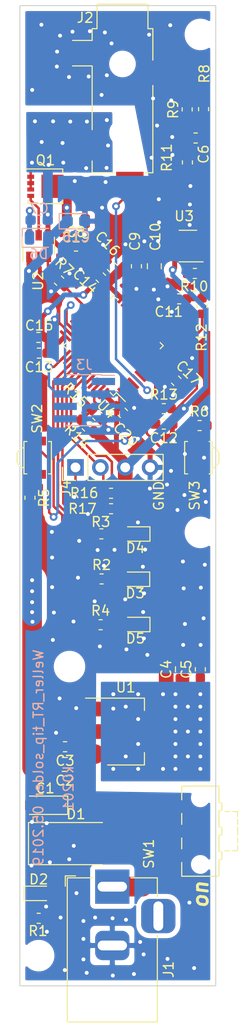
<source format=kicad_pcb>
(kicad_pcb (version 20171130) (host pcbnew "(5.1.0)-1")
  (layers (0 F.Cu signal) (31 B.Cu signal) (34 B.Paste user hide) (35 F.Paste user hide) (36 B.SilkS user) (37 F.SilkS user) (38 B.Mask user hide) (39 F.Mask user hide) (44 Edge.Cuts user))
  (net 0 "")
  (net 1 "Net-(D3-Pad2)")
  (net 2 GND)
  (net 3 "Net-(D4-Pad2)")
  (net 4 "Net-(D5-Pad2)")
  (net 5 /tip_driving/12V)
  (net 6 "Net-(C7-Pad1)")
  (net 7 /stm32/SWCLK)
  (net 8 /stm32/SWDIO)
  (net 9 /tip_driving/3.3V_analog)
  (net 10 "Net-(Q1-Pad4)")
  (net 11 /tip_driving/heater)
  (net 12 /stm32/led_r)
  (net 13 /stm32/led_y)
  (net 14 /stm32/led_g)
  (net 15 "Net-(R5-Pad1)")
  (net 16 "Net-(R6-Pad1)")
  (net 17 /tip_driving/HeaterDrivePWM)
  (net 18 "Net-(R7-Pad1)")
  (net 19 "Net-(R10-Pad2)")
  (net 20 "Net-(C6-Pad1)")
  (net 21 "Net-(C11-Pad1)")
  (net 22 /stm32/termocouple)
  (net 23 /stm32/nRST)
  (net 24 /stm32/weller_con1)
  (net 25 /but_led/sw2)
  (net 26 /but_led/sw1)
  (net 27 "Net-(D2-Pad1)")
  (net 28 "Net-(J1-Pad1)")
  (net 29 /tip_driving/termocouple+)
  (net 30 /stm32/BOOT)
  (net 31 /stm32/sda)
  (net 32 /stm32/scl)
  (module Resistor_SMD:R_0603_1608Metric (layer F.Cu) (at 129.3114 76.327 180)
    (fp_text reference R17 (at 2.921 0 180) (layer F.SilkS))
    (fp_text value 10k)
    (pad 2 smd roundrect (at 0.7875 0 180) (size 0.875 0.95) (layers F.Cu F.Paste F.Mask) (net 31 /stm32/sda))
    (pad 1 smd roundrect (at -0.7875 0 180) (size 0.875 0.95) (layers F.Cu F.Paste F.Mask) (net 9 /tip_driving/3.3V_analog))
  )
  (module Resistor_SMD:R_0603_1608Metric (layer F.Cu) (at 129.3114 74.7522 180)
    (fp_text reference R16 (at 2.7432 0.0254 180) (layer F.SilkS))
    (fp_text value 10k)
    (pad 2 smd roundrect (at 0.7875 0 180) (size 0.875 0.95) (layers F.Cu F.Paste F.Mask) (net 32 /stm32/scl))
    (pad 1 smd roundrect (at -0.7875 0 180) (size 0.875 0.95) (layers F.Cu F.Paste F.Mask) (net 9 /tip_driving/3.3V_analog))
  )
  (module Resistor_SMD:R_0603_1608Metric (layer F.Cu) (at 124.0028 53.0606 315)
    (fp_text reference R7 (at -0.646578 -1.40092 315) (layer F.SilkS))
    (fp_text value 100)
    (pad 2 smd roundrect (at 0.7875 0 315) (size 0.875 0.95) (layers F.Cu F.Paste F.Mask) (net 17 /tip_driving/HeaterDrivePWM))
    (pad 1 smd roundrect (at -0.7875 0 315) (size 0.875 0.95) (layers F.Cu F.Paste F.Mask) (net 18 "Net-(R7-Pad1)"))
  )
  (module MountingHole:MountingHole_2.2mm_M2 (layer F.Cu) (at 125.0696 92.4306)
    (fp_text reference H3 (at -0.1016 -0.0508) (layer F.SilkS))
    (fp_text value MountingHole)
    (pad 1 np_thru_hole circle (at 0 0) (size 2.2 2.2) (drill 2.2) (layers *.Cu *.Mask))
  )
  (module Capacitor_SMD:C_0603_1608Metric_Pad1.05x0.95mm_HandSolder (layer F.Cu) (at 138.43 92.71 90)
    (fp_text reference C5 (at 0 -1.43 90) (layer F.SilkS))
    (fp_text value 100n)
    (pad 2 smd roundrect (at 0.875 0 90) (size 1.05 0.95) (layers F.Cu F.Paste F.Mask) (net 2 GND))
    (pad 1 smd roundrect (at -0.875 0 90) (size 1.05 0.95) (layers F.Cu F.Paste F.Mask) (net 9 /tip_driving/3.3V_analog))
  )
  (module Capacitor_SMD:C_0603_1608Metric (layer F.Cu) (at 136.271 54.9148 180)
    (fp_text reference C11 (at 1.0668 -1.3208 180) (layer F.SilkS))
    (fp_text value n.c.)
    (pad 2 smd roundrect (at 0.7875 0 180) (size 0.875 0.95) (layers F.Cu F.Paste F.Mask) (net 2 GND))
    (pad 1 smd roundrect (at -0.7875 0 180) (size 0.875 0.95) (layers F.Cu F.Paste F.Mask) (net 21 "Net-(C11-Pad1)"))
  )
  (module Capacitor_SMD:C_0603_1608Metric_Pad1.05x0.95mm_HandSolder (layer F.Cu) (at 130.5052 66.548 315)
    (fp_text reference C20 (at 1.796051 1.364999 315) (layer F.SilkS))
    (fp_text value 100n)
    (pad 2 smd roundrect (at 0.875 0 315) (size 1.05 0.95) (layers F.Cu F.Paste F.Mask) (net 2 GND))
    (pad 1 smd roundrect (at -0.875 0 315) (size 1.05 0.95) (layers F.Cu F.Paste F.Mask) (net 9 /tip_driving/3.3V_analog))
  )
  (module Package_QFP:LQFP-48_7x7mm_P0.5mm (layer F.Cu) (at 129.54 59.69 135)
    (fp_text reference U4 (at -4.077036 -5.082825 135) (layer F.SilkS))
    (fp_text value STM32F103C8Tx)
    (pad 48 smd roundrect (at -2.75 -4.1625 135) (size 0.3 1.475) (layers F.Cu F.Paste F.Mask) (net 9 /tip_driving/3.3V_analog))
    (pad 47 smd roundrect (at -2.25 -4.1625 135) (size 0.3 1.475) (layers F.Cu F.Paste F.Mask) (net 2 GND))
    (pad 46 smd roundrect (at -1.75 -4.1625 135) (size 0.3 1.475) (layers F.Cu F.Paste F.Mask))
    (pad 45 smd roundrect (at -1.25 -4.1625 135) (size 0.3 1.475) (layers F.Cu F.Paste F.Mask))
    (pad 44 smd roundrect (at -0.75 -4.1625 135) (size 0.3 1.475) (layers F.Cu F.Paste F.Mask) (net 30 /stm32/BOOT))
    (pad 43 smd roundrect (at -0.25 -4.1625 135) (size 0.3 1.475) (layers F.Cu F.Paste F.Mask) (net 31 /stm32/sda))
    (pad 42 smd roundrect (at 0.25 -4.1625 135) (size 0.3 1.475) (layers F.Cu F.Paste F.Mask) (net 32 /stm32/scl))
    (pad 41 smd roundrect (at 0.75 -4.1625 135) (size 0.3 1.475) (layers F.Cu F.Paste F.Mask) (net 13 /stm32/led_y))
    (pad 40 smd roundrect (at 1.25 -4.1625 135) (size 0.3 1.475) (layers F.Cu F.Paste F.Mask) (net 12 /stm32/led_r))
    (pad 39 smd roundrect (at 1.75 -4.1625 135) (size 0.3 1.475) (layers F.Cu F.Paste F.Mask) (net 14 /stm32/led_g))
    (pad 38 smd roundrect (at 2.25 -4.1625 135) (size 0.3 1.475) (layers F.Cu F.Paste F.Mask))
    (pad 37 smd roundrect (at 2.75 -4.1625 135) (size 0.3 1.475) (layers F.Cu F.Paste F.Mask) (net 7 /stm32/SWCLK))
    (pad 36 smd roundrect (at 4.1625 -2.75 135) (size 1.475 0.3) (layers F.Cu F.Paste F.Mask) (net 9 /tip_driving/3.3V_analog))
    (pad 35 smd roundrect (at 4.1625 -2.25 135) (size 1.475 0.3) (layers F.Cu F.Paste F.Mask) (net 2 GND))
    (pad 34 smd roundrect (at 4.1625 -1.75 135) (size 1.475 0.3) (layers F.Cu F.Paste F.Mask) (net 8 /stm32/SWDIO))
    (pad 33 smd roundrect (at 4.1625 -1.25 135) (size 1.475 0.3) (layers F.Cu F.Paste F.Mask))
    (pad 32 smd roundrect (at 4.1625 -0.75 135) (size 1.475 0.3) (layers F.Cu F.Paste F.Mask))
    (pad 31 smd roundrect (at 4.1625 -0.25 135) (size 1.475 0.3) (layers F.Cu F.Paste F.Mask))
    (pad 30 smd roundrect (at 4.1625 0.25 135) (size 1.475 0.3) (layers F.Cu F.Paste F.Mask))
    (pad 29 smd roundrect (at 4.1625 0.75 135) (size 1.475 0.3) (layers F.Cu F.Paste F.Mask) (net 17 /tip_driving/HeaterDrivePWM))
    (pad 28 smd roundrect (at 4.1625 1.25 135) (size 1.475 0.3) (layers F.Cu F.Paste F.Mask))
    (pad 27 smd roundrect (at 4.1625 1.75 135) (size 1.475 0.3) (layers F.Cu F.Paste F.Mask))
    (pad 26 smd roundrect (at 4.1625 2.25 135) (size 1.475 0.3) (layers F.Cu F.Paste F.Mask))
    (pad 25 smd roundrect (at 4.1625 2.75 135) (size 1.475 0.3) (layers F.Cu F.Paste F.Mask))
    (pad 24 smd roundrect (at 2.75 4.1625 135) (size 0.3 1.475) (layers F.Cu F.Paste F.Mask) (net 9 /tip_driving/3.3V_analog))
    (pad 23 smd roundrect (at 2.25 4.1625 135) (size 0.3 1.475) (layers F.Cu F.Paste F.Mask) (net 2 GND))
    (pad 22 smd roundrect (at 1.75 4.1625 135) (size 0.3 1.475) (layers F.Cu F.Paste F.Mask))
    (pad 21 smd roundrect (at 1.25 4.1625 135) (size 0.3 1.475) (layers F.Cu F.Paste F.Mask))
    (pad 20 smd roundrect (at 0.75 4.1625 135) (size 0.3 1.475) (layers F.Cu F.Paste F.Mask))
    (pad 19 smd roundrect (at 0.25 4.1625 135) (size 0.3 1.475) (layers F.Cu F.Paste F.Mask))
    (pad 18 smd roundrect (at -0.25 4.1625 135) (size 0.3 1.475) (layers F.Cu F.Paste F.Mask))
    (pad 17 smd roundrect (at -0.75 4.1625 135) (size 0.3 1.475) (layers F.Cu F.Paste F.Mask))
    (pad 16 smd roundrect (at -1.25 4.1625 135) (size 0.3 1.475) (layers F.Cu F.Paste F.Mask))
    (pad 15 smd roundrect (at -1.75 4.1625 135) (size 0.3 1.475) (layers F.Cu F.Paste F.Mask))
    (pad 14 smd roundrect (at -2.25 4.1625 135) (size 0.3 1.475) (layers F.Cu F.Paste F.Mask))
    (pad 13 smd roundrect (at -2.75 4.1625 135) (size 0.3 1.475) (layers F.Cu F.Paste F.Mask))
    (pad 12 smd roundrect (at -4.1625 2.75 135) (size 1.475 0.3) (layers F.Cu F.Paste F.Mask))
    (pad 11 smd roundrect (at -4.1625 2.25 135) (size 1.475 0.3) (layers F.Cu F.Paste F.Mask))
    (pad 10 smd roundrect (at -4.1625 1.75 135) (size 1.475 0.3) (layers F.Cu F.Paste F.Mask) (net 22 /stm32/termocouple))
    (pad 9 smd roundrect (at -4.1625 1.25 135) (size 1.475 0.3) (layers F.Cu F.Paste F.Mask) (net 9 /tip_driving/3.3V_analog))
    (pad 8 smd roundrect (at -4.1625 0.75 135) (size 1.475 0.3) (layers F.Cu F.Paste F.Mask) (net 2 GND))
    (pad 7 smd roundrect (at -4.1625 0.25 135) (size 1.475 0.3) (layers F.Cu F.Paste F.Mask) (net 23 /stm32/nRST))
    (pad 6 smd roundrect (at -4.1625 -0.25 135) (size 1.475 0.3) (layers F.Cu F.Paste F.Mask))
    (pad 5 smd roundrect (at -4.1625 -0.75 135) (size 1.475 0.3) (layers F.Cu F.Paste F.Mask) (net 24 /stm32/weller_con1))
    (pad 4 smd roundrect (at -4.1625 -1.25 135) (size 1.475 0.3) (layers F.Cu F.Paste F.Mask))
    (pad 3 smd roundrect (at -4.1625 -1.75 135) (size 1.475 0.3) (layers F.Cu F.Paste F.Mask) (net 25 /but_led/sw2))
    (pad 2 smd roundrect (at -4.1625 -2.25 135) (size 1.475 0.3) (layers F.Cu F.Paste F.Mask) (net 26 /but_led/sw1))
    (pad 1 smd roundrect (at -4.1625 -2.75 135) (size 1.475 0.3) (layers F.Cu F.Paste F.Mask) (net 9 /tip_driving/3.3V_analog))
  )
  (module Resistor_SMD:R_0603_1608Metric_Pad1.05x0.95mm_HandSolder (layer F.Cu) (at 126.8476 67.9196 135)
    (fp_text reference R14 (at 0 -1.43 135) (layer F.SilkS))
    (fp_text value n.c.)
    (pad 2 smd roundrect (at 0.875 0 135) (size 1.05 0.95) (layers F.Cu F.Paste F.Mask) (net 30 /stm32/BOOT))
    (pad 1 smd roundrect (at -0.875 0 135) (size 1.05 0.95) (layers F.Cu F.Paste F.Mask) (net 9 /tip_driving/3.3V_analog))
  )
  (module Connector_PinHeader_2.54mm:PinHeader_1x04_P2.54mm_Vertical (layer F.Cu) (at 125.6792 72.1106 90)
    (fp_text reference J4 (at -2.159 -0.9906 90) (layer F.SilkS))
    (fp_text value Conn_01x04_Female)
    (pad 4 thru_hole oval (at 0 7.62 90) (size 1.7 1.7) (drill 1) (layers *.Cu *.Mask) (net 2 GND))
    (pad 3 thru_hole oval (at 0 5.08 90) (size 1.7 1.7) (drill 1) (layers *.Cu *.Mask) (net 9 /tip_driving/3.3V_analog))
    (pad 2 thru_hole oval (at 0 2.54 90) (size 1.7 1.7) (drill 1) (layers *.Cu *.Mask) (net 32 /stm32/scl))
    (pad 1 thru_hole rect (at 0 0 90) (size 1.7 1.7) (drill 1) (layers *.Cu *.Mask) (net 31 /stm32/sda))
  )
  (module Capacitor_SMD:C_0805_2012Metric (layer F.Cu) (at 125.73 46.99 180)
    (fp_text reference C19 (at 0 -1.65 180) (layer F.SilkS))
    (fp_text value 1u)
    (pad 2 smd roundrect (at 0.9375 0 180) (size 0.975 1.4) (layers F.Cu F.Paste F.Mask) (net 5 /tip_driving/12V))
    (pad 1 smd roundrect (at -0.9375 0 180) (size 0.975 1.4) (layers F.Cu F.Paste F.Mask) (net 2 GND))
  )
  (module Capacitor_Tantalum_SMD:CP_EIA-2012-12_Kemet-R (layer B.Cu) (at 125.73 46.99)
    (fp_text reference C18 (at 0 1.58) (layer B.SilkS) (effects (justify mirror)))
    (fp_text value 22u)
    (pad 2 smd roundrect (at 0.8875 0) (size 1.125 1.05) (layers B.Cu B.Paste B.Mask) (roundrect_rratio 0.238095) (net 2 GND))
    (pad 1 smd roundrect (at -0.8875 0) (size 1.125 1.05) (layers B.Cu B.Paste B.Mask) (roundrect_rratio 0.238095) (net 5 /tip_driving/12V))
  )
  (module Diode_SMD:D_0805_2012Metric (layer B.Cu) (at 121.9223 48.6918)
    (fp_text reference D6 (at 0 1.65) (layer B.SilkS) (effects (justify mirror)))
    (fp_text value 1n4148)
    (pad 2 smd roundrect (at 0.9375 0) (size 0.975 1.4) (layers B.Cu B.Paste B.Mask) (net 5 /tip_driving/12V))
    (pad 1 smd roundrect (at -0.9375 0) (size 0.975 1.4) (layers B.Cu B.Paste B.Mask) (net 6 "Net-(C7-Pad1)"))
  )
  (module Capacitor_SMD:C_0603_1608Metric_Pad1.05x0.95mm_HandSolder (layer F.Cu) (at 129.413 51.689 135)
    (fp_text reference C16 (at 2.029538 1.382959 135) (layer F.SilkS))
    (fp_text value 100n)
    (pad 2 smd roundrect (at 0.875 0 135) (size 1.05 0.95) (layers F.Cu F.Paste F.Mask) (net 2 GND))
    (pad 1 smd roundrect (at -0.875 0 135) (size 1.05 0.95) (layers F.Cu F.Paste F.Mask) (net 9 /tip_driving/3.3V_analog))
  )
  (module Button_Switch_SMD:SW_SPST_B3U-3000P (layer F.Cu) (at 138.2268 71.12 270)
    (fp_text reference SW3 (at 3.8608 0.381 270) (layer F.SilkS))
    (fp_text value SW_Push)
    (pad 2 smd rect (at 1.7 0 270) (size 0.9 1.7) (layers F.Cu F.Paste F.Mask) (net 25 /but_led/sw2))
    (pad 1 smd rect (at -1.7 0 270) (size 0.9 1.7) (layers F.Cu F.Paste F.Mask) (net 16 "Net-(R6-Pad1)"))
  )
  (module Button_Switch_SMD:SW_SPST_B3U-3000P (layer F.Cu) (at 121.8184 71.12 90)
    (fp_text reference SW2 (at 3.9878 -0.0508 90) (layer F.SilkS))
    (fp_text value SW_Push)
    (pad 2 smd rect (at 1.7 0 90) (size 0.9 1.7) (layers F.Cu F.Paste F.Mask) (net 26 /but_led/sw1))
    (pad 1 smd rect (at -1.7 0 90) (size 0.9 1.7) (layers F.Cu F.Paste F.Mask) (net 15 "Net-(R5-Pad1)"))
  )
  (module Button_Switch_SMD:SW_SPDT_CK-JS102011SAQN (layer F.Cu) (at 138.43 109.22 90)
    (fp_text reference SW1 (at -2.3114 -5.2578 90) (layer F.SilkS))
    (fp_text value SW_Push_SPDT)
    (pad "" np_thru_hole circle (at 3.4 0 90) (size 0.9 0.9) (drill 0.9) (layers *.Cu *.Mask))
    (pad "" np_thru_hole circle (at -3.4 0 90) (size 0.9 0.9) (drill 0.9) (layers *.Cu *.Mask))
    (pad 3 smd rect (at 2.5 -2.75 90) (size 1.25 2.5) (layers F.Cu F.Paste F.Mask) (net 5 /tip_driving/12V))
    (pad 2 smd rect (at 0 -2.75 90) (size 1.25 2.5) (layers F.Cu F.Paste F.Mask) (net 5 /tip_driving/12V))
    (pad 1 smd rect (at -2.5 -2.75 90) (size 1.25 2.5) (layers F.Cu F.Paste F.Mask) (net 28 "Net-(J1-Pad1)"))
  )
  (module Resistor_SMD:R_0603_1608Metric (layer F.Cu) (at 127.9144 66.8274 315)
    (fp_text reference R15 (at -3.053287 0.107763 315) (layer F.SilkS))
    (fp_text value 10k)
    (pad 2 smd roundrect (at 0.7875 0 315) (size 0.875 0.95) (layers F.Cu F.Paste F.Mask) (net 2 GND))
    (pad 1 smd roundrect (at -0.7875 0 315) (size 0.875 0.95) (layers F.Cu F.Paste F.Mask) (net 30 /stm32/BOOT))
  )
  (module Resistor_SMD:R_0603_1608Metric (layer F.Cu) (at 134.6962 66.1162)
    (fp_text reference R13 (at 0 -1.43) (layer F.SilkS))
    (fp_text value 10k)
    (pad 2 smd roundrect (at 0.7875 0) (size 0.875 0.95) (layers F.Cu F.Paste F.Mask) (net 9 /tip_driving/3.3V_analog))
    (pad 1 smd roundrect (at -0.7875 0) (size 0.875 0.95) (layers F.Cu F.Paste F.Mask) (net 23 /stm32/nRST))
  )
  (module Resistor_SMD:R_0603_1608Metric (layer F.Cu) (at 138.6078 55.6514 90)
    (fp_text reference R12 (at -3.2004 -0.0508 90) (layer F.SilkS))
    (fp_text value 1k)
    (pad 2 smd roundrect (at 0.7875 0 90) (size 0.875 0.95) (layers F.Cu F.Paste F.Mask) (net 21 "Net-(C11-Pad1)"))
    (pad 1 smd roundrect (at -0.7875 0 90) (size 0.875 0.95) (layers F.Cu F.Paste F.Mask) (net 22 /stm32/termocouple))
  )
  (module Resistor_SMD:R_0603_1608Metric (layer F.Cu) (at 137.1092 40.9956 90)
    (fp_text reference R11 (at 0.4826 -2.1082 90) (layer F.SilkS))
    (fp_text value 270)
    (pad 2 smd roundrect (at 0.7875 0 90) (size 0.875 0.95) (layers F.Cu F.Paste F.Mask) (net 2 GND))
    (pad 1 smd roundrect (at -0.7875 0 90) (size 0.875 0.95) (layers F.Cu F.Paste F.Mask) (net 19 "Net-(R10-Pad2)"))
  )
  (module Resistor_SMD:R_0603_1608Metric (layer F.Cu) (at 137.8712 52.324 180)
    (fp_text reference R10 (at 0.0762 -1.3208 180) (layer F.SilkS))
    (fp_text value 100k)
    (pad 2 smd roundrect (at 0.7875 0 180) (size 0.875 0.95) (layers F.Cu F.Paste F.Mask) (net 19 "Net-(R10-Pad2)"))
    (pad 1 smd roundrect (at -0.7875 0 180) (size 0.875 0.95) (layers F.Cu F.Paste F.Mask) (net 21 "Net-(C11-Pad1)"))
  )
  (module Resistor_SMD:R_0603_1608Metric (layer F.Cu) (at 137.0838 35.5854 90)
    (fp_text reference R9 (at 0 -1.43 90) (layer F.SilkS))
    (fp_text value 1meg)
    (pad 2 smd roundrect (at 0.7875 0 90) (size 0.875 0.95) (layers F.Cu F.Paste F.Mask) (net 2 GND))
    (pad 1 smd roundrect (at -0.7875 0 90) (size 0.875 0.95) (layers F.Cu F.Paste F.Mask) (net 20 "Net-(C6-Pad1)"))
  )
  (module Resistor_SMD:R_0603_1608Metric (layer F.Cu) (at 138.7602 35.56 270)
    (fp_text reference R8 (at -3.6068 -0.0762 270) (layer F.SilkS))
    (fp_text value 1k)
    (pad 2 smd roundrect (at 0.7875 0 270) (size 0.875 0.95) (layers F.Cu F.Paste F.Mask) (net 20 "Net-(C6-Pad1)"))
    (pad 1 smd roundrect (at -0.7875 0 270) (size 0.875 0.95) (layers F.Cu F.Paste F.Mask) (net 29 /tip_driving/termocouple+))
  )
  (module Resistor_SMD:R_0603_1608Metric (layer F.Cu) (at 121.92 118.11)
    (fp_text reference R1 (at -0.0762 1.2954) (layer F.SilkS))
    (fp_text value R)
    (pad 2 smd roundrect (at 0.7875 0) (size 0.875 0.95) (layers F.Cu F.Paste F.Mask) (net 2 GND))
    (pad 1 smd roundrect (at -0.7875 0) (size 0.875 0.95) (layers F.Cu F.Paste F.Mask) (net 27 "Net-(D2-Pad1)"))
  )
  (module Connector_Audio:Jack_3.5mm_CUI_SJ-3524-SMT_Horizontal (layer F.Cu) (at 130.4798 33.4518)
    (fp_text reference J2 (at -3.81 -7.2136) (layer F.SilkS))
    (fp_text value AudioJack3_Ground_SwitchTR)
    (pad "" np_thru_hole circle (at 0 4.5) (size 1.7 1.7) (drill 1.7) (layers *.Cu *.Mask))
    (pad "" np_thru_hole circle (at 0 -2.5) (size 1.7 1.7) (drill 1.7) (layers *.Cu *.Mask))
    (pad T smd rect (at -3.7 5.8) (size 2.8 2.8) (layers F.Cu F.Paste F.Mask) (net 11 /tip_driving/heater))
    (pad TN smd rect (at 0.75 9.8) (size 2.8 2.6) (layers F.Cu F.Paste F.Mask) (net 24 /stm32/weller_con1))
    (pad S smd rect (at -3.7 -3.6) (size 2.8 2.2) (layers F.Cu F.Paste F.Mask) (net 2 GND))
    (pad R smd rect (at 3.7 -1.6) (size 2.8 2.2) (layers F.Cu F.Paste F.Mask) (net 29 /tip_driving/termocouple+))
  )
  (module Connector_BarrelJack:BarrelJack_Horizontal (layer F.Cu) (at 129.4384 114.8842 90)
    (fp_text reference J1 (at -8.45 5.75 90) (layer F.SilkS))
    (fp_text value Jack-DC)
    (pad 3 thru_hole roundrect (at -3 4.7 90) (size 3.5 3.5) (drill oval 3 1) (layers *.Cu *.Mask))
    (pad 2 thru_hole roundrect (at -6 0 90) (size 3 3.5) (drill oval 1 3) (layers *.Cu *.Mask) (net 2 GND))
    (pad 1 thru_hole rect (at 0 0 90) (size 3.5 3.5) (drill oval 1 3) (layers *.Cu *.Mask) (net 28 "Net-(J1-Pad1)"))
  )
  (module MountingHole:MountingHole_2.2mm_M2 (layer F.Cu) (at 121.92 121.92)
    (fp_text reference H4 (at -0.0254 0) (layer F.SilkS))
    (fp_text value MountingHole)
    (pad 1 np_thru_hole circle (at 0 0) (size 2.2 2.2) (drill 2.2) (layers *.Cu *.Mask))
  )
  (module MountingHole:MountingHole_2.2mm_M2 (layer F.Cu) (at 138.43 27.94)
    (fp_text reference H2 (at -0.0508 -0.0508) (layer F.SilkS))
    (fp_text value MountingHole)
    (pad 1 np_thru_hole circle (at 0 0) (size 2.2 2.2) (drill 2.2) (layers *.Cu *.Mask))
  )
  (module MountingHole:MountingHole_2.2mm_M2 (layer F.Cu) (at 138.43 78.74)
    (fp_text reference H1 (at -0.0508 -0.0762) (layer F.SilkS))
    (fp_text value MountingHole)
    (pad 1 np_thru_hole circle (at 0 0) (size 2.2 2.2) (drill 2.2) (layers *.Cu *.Mask))
  )
  (module LED_SMD:LED_0603_1608Metric (layer F.Cu) (at 121.92 115.57)
    (fp_text reference D2 (at 0 -1.43) (layer F.SilkS))
    (fp_text value LED_blue)
    (pad 2 smd roundrect (at 0.7875 0) (size 0.875 0.95) (layers F.Cu F.Paste F.Mask) (net 5 /tip_driving/12V))
    (pad 1 smd roundrect (at -0.7875 0) (size 0.875 0.95) (layers F.Cu F.Paste F.Mask) (net 27 "Net-(D2-Pad1)"))
  )
  (module Diode_SMD:D_SMA-SMB_Universal_Handsoldering (layer F.Cu) (at 125.73 110.49)
    (fp_text reference D1 (at 0 -3) (layer F.SilkS))
    (fp_text value D_TVS)
    (pad 2 smd trapezoid (at 2.9 0 180) (size 3.6 1.7) (rect_delta 0.6 0) (layers F.Cu F.Paste F.Mask) (net 5 /tip_driving/12V))
    (pad 1 smd trapezoid (at -2.9 0) (size 3.6 1.7) (rect_delta 0.6 0) (layers F.Cu F.Paste F.Mask) (net 2 GND))
  )
  (module Capacitor_SMD:C_0603_1608Metric_Pad1.05x0.95mm_HandSolder (layer F.Cu) (at 135.9662 63.2714 135)
    (fp_text reference C17 (at -0.305329 1.454801 135) (layer F.SilkS))
    (fp_text value 100n)
    (pad 2 smd roundrect (at 0.875 0 135) (size 1.05 0.95) (layers F.Cu F.Paste F.Mask) (net 9 /tip_driving/3.3V_analog))
    (pad 1 smd roundrect (at -0.875 0 135) (size 1.05 0.95) (layers F.Cu F.Paste F.Mask) (net 2 GND))
  )
  (module Capacitor_SMD:C_0603_1608Metric_Pad1.05x0.95mm_HandSolder (layer F.Cu) (at 121.8946 58.8518 180)
    (fp_text reference C15 (at -0.0762 1.2192 180) (layer F.SilkS))
    (fp_text value 100n)
    (pad 2 smd roundrect (at 0.875 0 180) (size 1.05 0.95) (layers F.Cu F.Paste F.Mask) (net 2 GND))
    (pad 1 smd roundrect (at -0.875 0 180) (size 1.05 0.95) (layers F.Cu F.Paste F.Mask) (net 9 /tip_driving/3.3V_analog))
  )
  (module Capacitor_SMD:C_0603_1608Metric_Pad1.05x0.95mm_HandSolder (layer F.Cu) (at 128.27 52.7558 135)
    (fp_text reference C14 (at 0.880065 -1.382959 135) (layer F.SilkS))
    (fp_text value 100n)
    (pad 2 smd roundrect (at 0.875 0 135) (size 1.05 0.95) (layers F.Cu F.Paste F.Mask) (net 2 GND))
    (pad 1 smd roundrect (at -0.875 0 135) (size 1.05 0.95) (layers F.Cu F.Paste F.Mask) (net 9 /tip_driving/3.3V_analog))
  )
  (module Capacitor_SMD:C_0603_1608Metric_Pad1.05x0.95mm_HandSolder (layer F.Cu) (at 121.9454 60.452 180)
    (fp_text reference C13 (at 0 -1.43 180) (layer F.SilkS))
    (fp_text value 100n)
    (pad 2 smd roundrect (at 0.875 0 180) (size 1.05 0.95) (layers F.Cu F.Paste F.Mask) (net 2 GND))
    (pad 1 smd roundrect (at -0.875 0 180) (size 1.05 0.95) (layers F.Cu F.Paste F.Mask) (net 9 /tip_driving/3.3V_analog))
  )
  (module Capacitor_SMD:C_0603_1608Metric_Pad1.05x0.95mm_HandSolder (layer F.Cu) (at 134.6962 67.691 180)
    (fp_text reference C12 (at 0 -1.43 180) (layer F.SilkS))
    (fp_text value 100n)
    (pad 2 smd roundrect (at 0.875 0 180) (size 1.05 0.95) (layers F.Cu F.Paste F.Mask) (net 23 /stm32/nRST))
    (pad 1 smd roundrect (at -0.875 0 180) (size 1.05 0.95) (layers F.Cu F.Paste F.Mask) (net 2 GND))
  )
  (module Capacitor_SMD:C_0805_2012Metric (layer F.Cu) (at 133.731 51.5874 90)
    (fp_text reference C10 (at 2.9972 0.1016 90) (layer F.SilkS))
    (fp_text value 1u)
    (pad 2 smd roundrect (at 0.9375 0 90) (size 0.975 1.4) (layers F.Cu F.Paste F.Mask) (net 9 /tip_driving/3.3V_analog))
    (pad 1 smd roundrect (at -0.9375 0 90) (size 0.975 1.4) (layers F.Cu F.Paste F.Mask) (net 2 GND))
  )
  (module Capacitor_SMD:C_0603_1608Metric_Pad1.05x0.95mm_HandSolder (layer F.Cu) (at 131.9022 51.5874 90)
    (fp_text reference C9 (at 2.54 -0.1524 90) (layer F.SilkS))
    (fp_text value 100n)
    (pad 2 smd roundrect (at 0.875 0 90) (size 1.05 0.95) (layers F.Cu F.Paste F.Mask) (net 9 /tip_driving/3.3V_analog))
    (pad 1 smd roundrect (at -0.875 0 90) (size 1.05 0.95) (layers F.Cu F.Paste F.Mask) (net 2 GND))
  )
  (module Capacitor_SMD:C_0603_1608Metric_Pad1.05x0.95mm_HandSolder (layer F.Cu) (at 125.73 49.53)
    (fp_text reference C8 (at 0 -1.43) (layer F.SilkS))
    (fp_text value 100n)
    (pad 2 smd roundrect (at 0.875 0) (size 1.05 0.95) (layers F.Cu F.Paste F.Mask) (net 2 GND))
    (pad 1 smd roundrect (at -0.875 0) (size 1.05 0.95) (layers F.Cu F.Paste F.Mask) (net 11 /tip_driving/heater))
  )
  (module Capacitor_SMD:C_0603_1608Metric_Pad1.05x0.95mm_HandSolder (layer B.Cu) (at 121.9708 46.8884)
    (fp_text reference C7 (at 0 -1.1938) (layer B.SilkS) (effects (justify mirror)))
    (fp_text value 100n)
    (pad 2 smd roundrect (at 0.875 0) (size 1.05 0.95) (layers B.Cu B.Paste B.Mask) (net 11 /tip_driving/heater))
    (pad 1 smd roundrect (at -0.875 0) (size 1.05 0.95) (layers B.Cu B.Paste B.Mask) (net 6 "Net-(C7-Pad1)"))
  )
  (module Capacitor_SMD:C_0603_1608Metric_Pad1.05x0.95mm_HandSolder (layer F.Cu) (at 137.9474 38.5064 180)
    (fp_text reference C6 (at -0.8128 -1.651 270) (layer F.SilkS))
    (fp_text value 100n)
    (pad 2 smd roundrect (at 0.875 0 180) (size 1.05 0.95) (layers F.Cu F.Paste F.Mask) (net 2 GND))
    (pad 1 smd roundrect (at -0.875 0 180) (size 1.05 0.95) (layers F.Cu F.Paste F.Mask) (net 20 "Net-(C6-Pad1)"))
  )
  (module Capacitor_SMD:C_0805_2012Metric (layer F.Cu) (at 136.6012 92.71 90)
    (fp_text reference C4 (at 0 -1.65 90) (layer F.SilkS))
    (fp_text value 1u)
    (pad 2 smd roundrect (at 0.9375 0 90) (size 0.975 1.4) (layers F.Cu F.Paste F.Mask) (net 2 GND))
    (pad 1 smd roundrect (at -0.9375 0 90) (size 0.975 1.4) (layers F.Cu F.Paste F.Mask) (net 9 /tip_driving/3.3V_analog))
  )
  (module Capacitor_SMD:C_0603_1608Metric_Pad1.05x0.95mm_HandSolder (layer F.Cu) (at 124.6124 100.6094 180)
    (fp_text reference C3 (at 0 -1.43 180) (layer F.SilkS))
    (fp_text value 100n)
    (pad 2 smd roundrect (at 0.875 0 180) (size 1.05 0.95) (layers F.Cu F.Paste F.Mask) (net 2 GND))
    (pad 1 smd roundrect (at -0.875 0 180) (size 1.05 0.95) (layers F.Cu F.Paste F.Mask) (net 5 /tip_driving/12V))
  )
  (module Capacitor_SMD:C_0805_2012Metric (layer F.Cu) (at 124.587 102.4128 180)
    (fp_text reference C2 (at 0 -1.65 180) (layer F.SilkS))
    (fp_text value 1u)
    (pad 2 smd roundrect (at 0.9375 0 180) (size 0.975 1.4) (layers F.Cu F.Paste F.Mask) (net 2 GND))
    (pad 1 smd roundrect (at -0.9375 0 180) (size 0.975 1.4) (layers F.Cu F.Paste F.Mask) (net 5 /tip_driving/12V))
  )
  (module Capacitor_Tantalum_SMD:CP_EIA-3216-10_Kemet-I (layer F.Cu) (at 122.5804 106.5784 180)
    (fp_text reference C1 (at 0 1.7272 180) (layer F.SilkS))
    (fp_text value 100u)
    (pad 2 smd roundrect (at 1.35 0 180) (size 1.4 1.35) (layers F.Cu F.Paste F.Mask) (roundrect_rratio 0.185185) (net 2 GND))
    (pad 1 smd roundrect (at -1.35 0 180) (size 1.4 1.35) (layers F.Cu F.Paste F.Mask) (roundrect_rratio 0.185185) (net 5 /tip_driving/12V))
  )
  (module Package_TO_SOT_SMD:SOT-23-5_HandSoldering (layer F.Cu) (at 137.16 49.53 180)
    (fp_text reference U3 (at 0.381 3.048 180) (layer F.SilkS))
    (fp_text value MCP603-xCH)
    (pad 5 smd rect (at 1.35 -0.95 180) (size 1.56 0.65) (layers F.Cu F.Paste F.Mask) (net 9 /tip_driving/3.3V_analog))
    (pad 4 smd rect (at 1.35 0.95 180) (size 1.56 0.65) (layers F.Cu F.Paste F.Mask) (net 19 "Net-(R10-Pad2)"))
    (pad 3 smd rect (at -1.35 0.95 180) (size 1.56 0.65) (layers F.Cu F.Paste F.Mask) (net 20 "Net-(C6-Pad1)"))
    (pad 2 smd rect (at -1.35 0 180) (size 1.56 0.65) (layers F.Cu F.Paste F.Mask) (net 2 GND))
    (pad 1 smd rect (at -1.35 -0.95 180) (size 1.56 0.65) (layers F.Cu F.Paste F.Mask) (net 21 "Net-(C11-Pad1)"))
  )
  (module Package_TO_SOT_SMD:SOT-23-6 (layer F.Cu) (at 121.92 49.53 90)
    (fp_text reference U2 (at -3.556 -0.0508 90) (layer F.SilkS))
    (fp_text value LTC4440ES6)
    (pad 5 smd rect (at 1.1 0 90) (size 1.06 0.65) (layers F.Cu F.Paste F.Mask) (net 10 "Net-(Q1-Pad4)"))
    (pad 6 smd rect (at 1.1 -0.95 90) (size 1.06 0.65) (layers F.Cu F.Paste F.Mask) (net 6 "Net-(C7-Pad1)"))
    (pad 4 smd rect (at 1.1 0.95 90) (size 1.06 0.65) (layers F.Cu F.Paste F.Mask) (net 11 /tip_driving/heater))
    (pad 3 smd rect (at -1.1 0.95 90) (size 1.06 0.65) (layers F.Cu F.Paste F.Mask) (net 18 "Net-(R7-Pad1)"))
    (pad 2 smd rect (at -1.1 0 90) (size 1.06 0.65) (layers F.Cu F.Paste F.Mask) (net 2 GND))
    (pad 1 smd rect (at -1.1 -0.95 90) (size 1.06 0.65) (layers F.Cu F.Paste F.Mask) (net 5 /tip_driving/12V))
  )
  (module Package_TO_SOT_SMD:SOT-223-3_TabPin2 (layer F.Cu) (at 130.81 99.06)
    (fp_text reference U1 (at 0 -4.5) (layer F.SilkS))
    (fp_text value AP1117-33)
    (pad 1 smd rect (at -3.15 -2.3) (size 2 1.5) (layers F.Cu F.Paste F.Mask) (net 2 GND))
    (pad 3 smd rect (at -3.15 2.3) (size 2 1.5) (layers F.Cu F.Paste F.Mask) (net 5 /tip_driving/12V))
    (pad 2 smd rect (at -3.15 0) (size 2 1.5) (layers F.Cu F.Paste F.Mask) (net 9 /tip_driving/3.3V_analog))
    (pad 2 smd rect (at 3.15 0) (size 2 3.8) (layers F.Cu F.Paste F.Mask) (net 9 /tip_driving/3.3V_analog))
  )
  (module Resistor_SMD:R_0603_1608Metric (layer F.Cu) (at 138.3538 67.8434)
    (fp_text reference R6 (at 0 -1.43) (layer F.SilkS))
    (fp_text value 1k)
    (pad 2 smd roundrect (at 0.7875 0) (size 0.875 0.95) (layers F.Cu F.Paste F.Mask) (net 2 GND))
    (pad 1 smd roundrect (at -0.7875 0) (size 0.875 0.95) (layers F.Cu F.Paste F.Mask) (net 16 "Net-(R6-Pad1)"))
  )
  (module Resistor_SMD:R_0603_1608Metric (layer F.Cu) (at 121.031 75.2094 270)
    (fp_text reference R5 (at 0 -1.43 270) (layer F.SilkS))
    (fp_text value 1k)
    (pad 2 smd roundrect (at 0.7875 0 270) (size 0.875 0.95) (layers F.Cu F.Paste F.Mask) (net 2 GND))
    (pad 1 smd roundrect (at -0.7875 0 270) (size 0.875 0.95) (layers F.Cu F.Paste F.Mask) (net 15 "Net-(R5-Pad1)"))
  )
  (module Resistor_SMD:R_0603_1608Metric (layer F.Cu) (at 128.2446 88.1634)
    (fp_text reference R4 (at 0 -1.43) (layer F.SilkS))
    (fp_text value R)
    (pad 2 smd roundrect (at 0.7875 0) (size 0.875 0.95) (layers F.Cu F.Paste F.Mask) (net 4 "Net-(D5-Pad2)"))
    (pad 1 smd roundrect (at -0.7875 0) (size 0.875 0.95) (layers F.Cu F.Paste F.Mask) (net 14 /stm32/led_g))
  )
  (module Resistor_SMD:R_0603_1608Metric (layer F.Cu) (at 128.3207 78.8924)
    (fp_text reference R3 (at -0.0507 -1.2192) (layer F.SilkS))
    (fp_text value R)
    (pad 1 smd roundrect (at -0.7875 0) (size 0.875 0.95) (layers F.Cu F.Paste F.Mask) (net 13 /stm32/led_y))
    (pad 2 smd roundrect (at 0.7875 0) (size 0.875 0.95) (layers F.Cu F.Paste F.Mask) (net 3 "Net-(D4-Pad2)"))
  )
  (module Resistor_SMD:R_0603_1608Metric (layer F.Cu) (at 128.3462 83.4898)
    (fp_text reference R2 (at 0 -1.43) (layer F.SilkS))
    (fp_text value R)
    (pad 2 smd roundrect (at 0.7875 0) (size 0.875 0.95) (layers F.Cu F.Paste F.Mask) (net 1 "Net-(D3-Pad2)"))
    (pad 1 smd roundrect (at -0.7875 0) (size 0.875 0.95) (layers F.Cu F.Paste F.Mask) (net 12 /stm32/led_r))
  )
  (module Package_SON:Diodes_PowerDI3333-8 (layer F.Cu) (at 122.6058 43.434)
    (fp_text reference Q1 (at 0 -2.65) (layer F.SilkS))
    (fp_text value DMP2018LFK)
    (pad 5 smd custom (at 0.455 0) (size 1.71 2.37) (layers F.Cu F.Mask) (net 5 /tip_driving/12V) (options (clearance outline) (anchor rect)) (primitives (gr_poly (pts (xy 0.855 1.185) (xy 1.395 1.185) (xy 1.395 0.765) (xy 0.855 0.765)) (width 0)) (gr_poly (pts (xy 0.855 0.535) (xy 1.395 0.535) (xy 1.395 0.115) (xy 0.855 0.115)) (width 0)) (gr_poly (pts (xy 0.855 -0.115) (xy 1.395 -0.115) (xy 1.395 -0.535) (xy 0.855 -0.535)) (width 0)) (gr_poly (pts (xy 0.855 -0.765) (xy 1.395 -0.765) (xy 1.395 -1.185) (xy 0.855 -1.185)) (width 0))))
    (pad 4 smd rect (at -1.5 0.975) (size 0.7 0.42) (layers F.Cu F.Paste F.Mask) (net 10 "Net-(Q1-Pad4)"))
    (pad 2 smd rect (at -1.5 -0.325) (size 0.7 0.42) (layers F.Cu F.Paste F.Mask) (net 11 /tip_driving/heater))
    (pad 3 smd rect (at -1.5 0.325) (size 0.7 0.42) (layers F.Cu F.Paste F.Mask) (net 11 /tip_driving/heater))
    (pad 1 smd rect (at -1.5 -0.975) (size 0.7 0.42) (layers F.Cu F.Paste F.Mask) (net 11 /tip_driving/heater))
  )
  (module Connector_PinHeader_1.27mm:PinHeader_2x04_P1.27mm_Vertical_SMD (layer B.Cu) (at 126.5682 65.2526 180)
    (fp_text reference J3 (at 0 3.6 180) (layer B.SilkS) (effects (justify mirror)))
    (fp_text value "jtag conector")
    (pad 8 smd rect (at 1.95 -1.905 180) (size 2.4 0.74) (layers B.Cu B.Paste B.Mask))
    (pad 7 smd rect (at -1.95 -1.905 180) (size 2.4 0.74) (layers B.Cu B.Paste B.Mask) (net 2 GND))
    (pad 6 smd rect (at 1.95 -0.635 180) (size 2.4 0.74) (layers B.Cu B.Paste B.Mask))
    (pad 5 smd rect (at -1.95 -0.635 180) (size 2.4 0.74) (layers B.Cu B.Paste B.Mask) (net 2 GND))
    (pad 4 smd rect (at 1.95 0.635 180) (size 2.4 0.74) (layers B.Cu B.Paste B.Mask) (net 7 /stm32/SWCLK))
    (pad 3 smd rect (at -1.95 0.635 180) (size 2.4 0.74) (layers B.Cu B.Paste B.Mask) (net 2 GND))
    (pad 2 smd rect (at 1.95 1.905 180) (size 2.4 0.74) (layers B.Cu B.Paste B.Mask) (net 8 /stm32/SWDIO))
    (pad 1 smd rect (at -1.95 1.905 180) (size 2.4 0.74) (layers B.Cu B.Paste B.Mask))
  )
  (module LED_SMD:LED_0603_1608Metric (layer F.Cu) (at 131.8007 88.138 180)
    (fp_text reference D5 (at 0 -1.43 180) (layer F.SilkS))
    (fp_text value LED_green)
    (pad 2 smd roundrect (at 0.7875 0 180) (size 0.875 0.95) (layers F.Cu F.Paste F.Mask) (net 4 "Net-(D5-Pad2)"))
    (pad 1 smd roundrect (at -0.7875 0 180) (size 0.875 0.95) (layers F.Cu F.Paste F.Mask) (net 2 GND))
  )
  (module LED_SMD:LED_0603_1608Metric (layer F.Cu) (at 131.8007 78.9051 180)
    (fp_text reference D4 (at 0 -1.43 180) (layer F.SilkS))
    (fp_text value LED_yellow)
    (pad 2 smd roundrect (at 0.7875 0 180) (size 0.875 0.95) (layers F.Cu F.Paste F.Mask) (net 3 "Net-(D4-Pad2)"))
    (pad 1 smd roundrect (at -0.7875 0 180) (size 0.875 0.95) (layers F.Cu F.Paste F.Mask) (net 2 GND))
  )
  (module LED_SMD:LED_0603_1608Metric (layer F.Cu) (at 131.7753 83.52155 180)
    (fp_text reference D3 (at 0 -1.43 180) (layer F.SilkS))
    (fp_text value LED_red)
    (pad 2 smd roundrect (at 0.7875 0 180) (size 0.875 0.95) (layers F.Cu F.Paste F.Mask) (net 1 "Net-(D3-Pad2)"))
    (pad 1 smd roundrect (at -0.7875 0 180) (size 0.875 0.95) (layers F.Cu F.Paste F.Mask) (net 2 GND))
  )
  (gr_text "on\n" (at 138.4554 115.6716 90) (layer F.SilkS) (effects (font (size 1.5 1.5) (thickness 0.3) italic)))
  (gr_text k0201 (at 124.968 104.8512 90) (layer B.SilkS) (effects (font (size 1 1)) (justify mirror)))
  (gr_text "Weller_RT_tip_solder 05.2019" (at 121.8946 101.727 90) (layer B.SilkS) (effects (font (size 1 1)) (justify mirror)))
  (gr_text "GND\n" (at 134.1882 75.0062 90) (layer F.SilkS) (effects (font (size 1 1))))
  (gr_poly (pts (xy 120 25) (xy 140 25) (xy 140 125) (xy 120 125)) (layer Edge.Cuts) (width 0.1))
  (segment (start 129.1336 83.4898) (end 129.1337 83.4898) (width 0.25) (layer F.Cu) (net 1))
  (segment (start 130.95605 83.4898) (end 130.9878 83.52155) (width 0.25) (layer F.Cu) (net 1))
  (segment (start 129.1337 83.4898) (end 130.95605 83.4898) (width 0.25) (layer F.Cu) (net 1))
  (segment (start 134.800778 63.890118) (end 136.584918 63.890118) (width 0.25) (layer F.Cu) (net 2))
  (segment (start 133.013662 62.103002) (end 134.800778 63.890118) (width 0.25) (layer F.Cu) (net 2))
  (segment (start 125.005678 58.337658) (end 124.437731 57.769711) (width 0.25) (layer F.Cu) (net 2))
  (via (at 131.6736 66.04) (size 0.8) (drill 0.4) (layers F.Cu B.Cu) (net 2))
  (segment (start 131.123918 66.589682) (end 131.6736 66.04) (width 0.25) (layer F.Cu) (net 2))
  (segment (start 131.123918 67.166718) (end 131.123918 66.589682) (width 0.25) (layer F.Cu) (net 2))
  (via (at 135.6868 69.3928) (size 0.8) (drill 0.4) (layers F.Cu B.Cu) (net 2))
  (via (at 136.8552 70.739) (size 0.8) (drill 0.4) (layers F.Cu B.Cu) (net 2))
  (via (at 138.811 71.12) (size 0.8) (drill 0.4) (layers F.Cu B.Cu) (net 2))
  (via (at 132.0546 69.1896) (size 0.8) (drill 0.4) (layers F.Cu B.Cu) (net 2))
  (via (at 135.4328 72.4662) (size 0.8) (drill 0.4) (layers F.Cu B.Cu) (net 2))
  (via (at 133.2738 74.2696) (size 0.8) (drill 0.4) (layers F.Cu B.Cu) (net 2))
  (via (at 135.0264 73.8632) (size 0.8) (drill 0.4) (layers F.Cu B.Cu) (net 2))
  (via (at 132.7912 80.4926) (size 0.8) (drill 0.4) (layers F.Cu B.Cu) (net 2))
  (via (at 132.5626 82.2452) (size 0.8) (drill 0.4) (layers F.Cu B.Cu) (net 2))
  (via (at 132.6896 84.963) (size 0.8) (drill 0.4) (layers F.Cu B.Cu) (net 2))
  (via (at 132.588 86.868) (size 0.8) (drill 0.4) (layers F.Cu B.Cu) (net 2))
  (via (at 132.6642 89.5604) (size 0.8) (drill 0.4) (layers F.Cu B.Cu) (net 2))
  (via (at 136.6774 90.2208) (size 0.8) (drill 0.4) (layers F.Cu B.Cu) (net 2))
  (via (at 138.4554 90.2208) (size 0.8) (drill 0.4) (layers F.Cu B.Cu) (net 2))
  (via (at 123.698 99.187) (size 0.8) (drill 0.4) (layers F.Cu B.Cu) (net 2))
  (via (at 125.7554 96.6724) (size 0.8) (drill 0.4) (layers F.Cu B.Cu) (net 2))
  (via (at 121.2342 108.2802) (size 0.8) (drill 0.4) (layers F.Cu B.Cu) (net 2))
  (via (at 122.7328 108.4072) (size 0.8) (drill 0.4) (layers F.Cu B.Cu) (net 2))
  (via (at 121.1834 112.7252) (size 0.8) (drill 0.4) (layers F.Cu B.Cu) (net 2))
  (via (at 123.063 112.395) (size 0.8) (drill 0.4) (layers F.Cu B.Cu) (net 2))
  (via (at 125.0442 112.0902) (size 0.8) (drill 0.4) (layers F.Cu B.Cu) (net 2))
  (via (at 125.5014 110.7186) (size 0.8) (drill 0.4) (layers F.Cu B.Cu) (net 2))
  (via (at 122.682 116.9162) (size 0.8) (drill 0.4) (layers F.Cu B.Cu) (net 2))
  (via (at 122.7582 119.4816) (size 0.8) (drill 0.4) (layers F.Cu B.Cu) (net 2))
  (via (at 128.4986 49.403) (size 0.8) (drill 0.4) (layers F.Cu B.Cu) (net 2))
  (via (at 126.2126 51.9176) (size 0.8) (drill 0.4) (layers F.Cu B.Cu) (net 2))
  (via (at 123.19 54.1528) (size 0.8) (drill 0.4) (layers F.Cu B.Cu) (net 2))
  (segment (start 121.92 51.41) (end 122.047 51.537) (width 0.25) (layer F.Cu) (net 2))
  (segment (start 121.92 50.63) (end 121.92 51.41) (width 0.25) (layer F.Cu) (net 2))
  (segment (start 122.047 52.832) (end 123.4186 54.2036) (width 0.25) (layer F.Cu) (net 2))
  (segment (start 122.047 51.537) (end 122.047 52.832) (width 0.25) (layer F.Cu) (net 2))
  (via (at 133.6802 53.975) (size 0.8) (drill 0.4) (layers F.Cu B.Cu) (net 2))
  (via (at 137.3378 47.371) (size 0.8) (drill 0.4) (layers F.Cu B.Cu) (net 2))
  (segment (start 137.48 49.53) (end 138.51 49.53) (width 0.25) (layer F.Cu) (net 2))
  (segment (start 137.404999 49.454999) (end 137.48 49.53) (width 0.25) (layer F.Cu) (net 2))
  (segment (start 137.404999 48.003884) (end 137.404999 49.454999) (width 0.25) (layer F.Cu) (net 2))
  (segment (start 137.3378 47.936685) (end 137.404999 48.003884) (width 0.25) (layer F.Cu) (net 2))
  (segment (start 137.3378 47.371) (end 137.3378 47.936685) (width 0.25) (layer F.Cu) (net 2))
  (via (at 137.414 43.4086) (size 0.8) (drill 0.4) (layers F.Cu B.Cu) (net 2))
  (via (at 137.3632 45.2882) (size 0.8) (drill 0.4) (layers F.Cu B.Cu) (net 2))
  (via (at 130.7846 49.3522) (size 0.8) (drill 0.4) (layers F.Cu B.Cu) (net 2))
  (via (at 132.715 49.0474) (size 0.8) (drill 0.4) (layers F.Cu B.Cu) (net 2))
  (via (at 134.112 49.022) (size 0.8) (drill 0.4) (layers F.Cu B.Cu) (net 2))
  (via (at 134.2136 47.117) (size 0.8) (drill 0.4) (layers F.Cu B.Cu) (net 2))
  (via (at 134.1882 44.7548) (size 0.8) (drill 0.4) (layers F.Cu B.Cu) (net 2))
  (via (at 123.7996 29.6926) (size 0.8) (drill 0.4) (layers F.Cu B.Cu) (net 2))
  (via (at 124.1044 28.067) (size 0.8) (drill 0.4) (layers F.Cu B.Cu) (net 2))
  (via (at 125.3744 27.6606) (size 0.8) (drill 0.4) (layers F.Cu B.Cu) (net 2))
  (via (at 127.1524 27.6098) (size 0.8) (drill 0.4) (layers F.Cu B.Cu) (net 2))
  (via (at 128.6764 27.7368) (size 0.8) (drill 0.4) (layers F.Cu B.Cu) (net 2))
  (via (at 129.3622 28.8544) (size 0.8) (drill 0.4) (layers F.Cu B.Cu) (net 2))
  (via (at 128.8796 32.1056) (size 0.8) (drill 0.4) (layers F.Cu B.Cu) (net 2))
  (via (at 127.0254 32.2326) (size 0.8) (drill 0.4) (layers F.Cu B.Cu) (net 2))
  (via (at 125.0188 32.2834) (size 0.8) (drill 0.4) (layers F.Cu B.Cu) (net 2))
  (via (at 123.7742 31.2166) (size 0.8) (drill 0.4) (layers F.Cu B.Cu) (net 2))
  (segment (start 131.9022 54.14582) (end 131.9022 53.8988) (width 0.25) (layer F.Cu) (net 2))
  (segment (start 130.892342 55.155678) (end 131.9022 54.14582) (width 0.25) (layer F.Cu) (net 2))
  (via (at 123.5456 57.023) (size 0.8) (drill 0.4) (layers F.Cu B.Cu) (net 2))
  (segment (start 123.69102 57.023) (end 123.5456 57.023) (width 0.25) (layer F.Cu) (net 2))
  (segment (start 125.005678 58.337658) (end 123.69102 57.023) (width 0.25) (layer F.Cu) (net 2))
  (via (at 124.206 50.9016) (size 0.8) (drill 0.4) (layers F.Cu B.Cu) (net 2))
  (via (at 125.0696 52.324) (size 0.8) (drill 0.4) (layers F.Cu B.Cu) (net 2))
  (segment (start 131.9022 53.8988) (end 131.9022 52.4624) (width 0.25) (layer F.Cu) (net 2))
  (via (at 131.9022 53.8988) (size 0.8) (drill 0.4) (layers F.Cu B.Cu) (net 2))
  (via (at 135.0772 53.6448) (size 0.8) (drill 0.4) (layers F.Cu B.Cu) (net 2))
  (via (at 134.1374 54.9656) (size 0.8) (drill 0.4) (layers F.Cu B.Cu) (net 2))
  (via (at 135.509 56.2356) (size 0.8) (drill 0.4) (layers F.Cu B.Cu) (net 2))
  (via (at 135.5598 38.4048) (size 0.8) (drill 0.4) (layers F.Cu B.Cu) (net 2))
  (via (at 135.5852 40.2336) (size 0.8) (drill 0.4) (layers F.Cu B.Cu) (net 2))
  (via (at 135.4582 34.671) (size 0.8) (drill 0.4) (layers F.Cu B.Cu) (net 2))
  (segment (start 134.800778 63.890118) (end 134.800778 63.890118) (width 0.25) (layer F.Cu) (net 2))
  (via (at 134.800778 63.890118) (size 0.8) (drill 0.4) (layers F.Cu B.Cu) (net 2))
  (via (at 135.636 64.7446) (size 0.8) (drill 0.4) (layers F.Cu B.Cu) (net 2))
  (via (at 139.0396 66.0908) (size 0.8) (drill 0.4) (layers F.Cu B.Cu) (net 2))
  (via (at 137.5918 60.96) (size 0.8) (drill 0.4) (layers F.Cu B.Cu) (net 2))
  (via (at 123.2662 78.6892) (size 0.8) (drill 0.4) (layers F.Cu B.Cu) (net 2))
  (via (at 123.2916 81.3054) (size 0.8) (drill 0.4) (layers F.Cu B.Cu) (net 2))
  (via (at 123.2916 84.328) (size 0.8) (drill 0.4) (layers F.Cu B.Cu) (net 2))
  (via (at 123.4694 86.9188) (size 0.8) (drill 0.4) (layers F.Cu B.Cu) (net 2))
  (via (at 123.3678 89.7128) (size 0.8) (drill 0.4) (layers F.Cu B.Cu) (net 2))
  (via (at 125.476 87.8332) (size 0.8) (drill 0.4) (layers F.Cu B.Cu) (net 2))
  (via (at 133.0198 91.2368) (size 0.8) (drill 0.4) (layers F.Cu B.Cu) (net 2))
  (via (at 124.0536 95.6818) (size 0.8) (drill 0.4) (layers F.Cu B.Cu) (net 2))
  (via (at 128.1684 90.3732) (size 0.8) (drill 0.4) (layers F.Cu B.Cu) (net 2))
  (via (at 130.8862 90.678) (size 0.8) (drill 0.4) (layers F.Cu B.Cu) (net 2))
  (via (at 136.8552 88.0872) (size 0.8) (drill 0.4) (layers F.Cu B.Cu) (net 2))
  (via (at 136.7282 84.455) (size 0.8) (drill 0.4) (layers F.Cu B.Cu) (net 2))
  (via (at 136.652 81.7118) (size 0.8) (drill 0.4) (layers F.Cu B.Cu) (net 2))
  (via (at 138.8872 82.042) (size 0.8) (drill 0.4) (layers F.Cu B.Cu) (net 2))
  (via (at 138.7602 87.503) (size 0.8) (drill 0.4) (layers F.Cu B.Cu) (net 2))
  (via (at 138.4808 84.3788) (size 0.8) (drill 0.4) (layers F.Cu B.Cu) (net 2))
  (via (at 129.4638 118.11) (size 0.8) (drill 0.4) (layers F.Cu B.Cu) (net 2))
  (via (at 127.6858 118.0338) (size 0.8) (drill 0.4) (layers F.Cu B.Cu) (net 2))
  (via (at 126.492 118.3894) (size 0.8) (drill 0.4) (layers F.Cu B.Cu) (net 2))
  (via (at 126.492 120.2182) (size 0.8) (drill 0.4) (layers F.Cu B.Cu) (net 2))
  (via (at 126.492 122.301) (size 0.8) (drill 0.4) (layers F.Cu B.Cu) (net 2))
  (via (at 126.8222 123.6726) (size 0.8) (drill 0.4) (layers F.Cu B.Cu) (net 2))
  (via (at 129.4892 123.952) (size 0.8) (drill 0.4) (layers F.Cu B.Cu) (net 2))
  (via (at 131.6482 123.7996) (size 0.8) (drill 0.4) (layers F.Cu B.Cu) (net 2))
  (via (at 132.6388 121.793) (size 0.8) (drill 0.4) (layers F.Cu B.Cu) (net 2))
  (via (at 132.2832 120.523) (size 0.8) (drill 0.4) (layers F.Cu B.Cu) (net 2))
  (via (at 130.8354 118.2624) (size 0.8) (drill 0.4) (layers F.Cu B.Cu) (net 2))
  (via (at 135.0772 122.2502) (size 0.8) (drill 0.4) (layers F.Cu B.Cu) (net 2))
  (via (at 137.795 123.19) (size 0.8) (drill 0.4) (layers F.Cu B.Cu) (net 2))
  (via (at 137.3124 116.5098) (size 0.8) (drill 0.4) (layers F.Cu B.Cu) (net 2))
  (via (at 125.7808 115.5446) (size 0.8) (drill 0.4) (layers F.Cu B.Cu) (net 2))
  (via (at 124.587 123.3932) (size 0.8) (drill 0.4) (layers F.Cu B.Cu) (net 2))
  (via (at 124.1552 118.0338) (size 0.8) (drill 0.4) (layers F.Cu B.Cu) (net 2))
  (via (at 136.0932 76.454) (size 0.8) (drill 0.4) (layers F.Cu B.Cu) (net 2))
  (via (at 138.9888 75.6412) (size 0.8) (drill 0.4) (layers F.Cu B.Cu) (net 2))
  (via (at 138.8872 74.4982) (size 0.8) (drill 0.4) (layers F.Cu B.Cu) (net 2))
  (via (at 136.8044 74.93) (size 0.8) (drill 0.4) (layers F.Cu B.Cu) (net 2))
  (via (at 126.0602 79.6036) (size 0.8) (drill 0.4) (layers F.Cu B.Cu) (net 2))
  (via (at 128.5748 82.1436) (size 0.8) (drill 0.4) (layers F.Cu B.Cu) (net 2))
  (via (at 129.667 80.518) (size 0.8) (drill 0.4) (layers F.Cu B.Cu) (net 2))
  (via (at 127.9398 80.5434) (size 0.8) (drill 0.4) (layers F.Cu B.Cu) (net 2))
  (via (at 125.9332 83.3628) (size 0.8) (drill 0.4) (layers F.Cu B.Cu) (net 2))
  (via (at 127.635 85.7758) (size 0.8) (drill 0.4) (layers F.Cu B.Cu) (net 2))
  (via (at 130.7592 85.5726) (size 0.8) (drill 0.4) (layers F.Cu B.Cu) (net 2))
  (via (at 122.1994 26.9494) (size 0.8) (drill 0.4) (layers F.Cu B.Cu) (net 2))
  (via (at 121.2596 33.6042) (size 0.8) (drill 0.4) (layers F.Cu B.Cu) (net 2))
  (via (at 128.3462 34.1122) (size 0.8) (drill 0.4) (layers F.Cu B.Cu) (net 2))
  (via (at 133.604 34.4678) (size 0.8) (drill 0.4) (layers F.Cu B.Cu) (net 2))
  (via (at 133.4516 40.513) (size 0.8) (drill 0.4) (layers F.Cu B.Cu) (net 2))
  (via (at 134.0104 37.2364) (size 0.8) (drill 0.4) (layers F.Cu B.Cu) (net 2))
  (via (at 133.1976 27.9654) (size 0.8) (drill 0.4) (layers F.Cu B.Cu) (net 2))
  (via (at 135.3566 27.0002) (size 0.8) (drill 0.4) (layers F.Cu B.Cu) (net 2))
  (via (at 125.603 42.9006) (size 0.8) (drill 0.4) (layers F.Cu B.Cu) (net 2))
  (via (at 128.7526 43.0022) (size 0.8) (drill 0.4) (layers F.Cu B.Cu) (net 2))
  (via (at 128.397 45.6184) (size 0.8) (drill 0.4) (layers F.Cu B.Cu) (net 2))
  (via (at 126.6444 48.387) (size 0.8) (drill 0.4) (layers F.Cu B.Cu) (net 2))
  (segment (start 125.843 96.76) (end 125.7554 96.6724) (width 1) (layer F.Cu) (net 2))
  (segment (start 127.66 96.76) (end 125.843 96.76) (width 1) (layer F.Cu) (net 2))
  (segment (start 128.471247 66.732233) (end 128.471247 67.384247) (width 0.25) (layer F.Cu) (net 2))
  (segment (start 128.471247 66.252859) (end 128.471247 66.732233) (width 0.25) (layer F.Cu) (net 2))
  (segment (start 127.595457 65.377069) (end 128.471247 66.252859) (width 0.25) (layer F.Cu) (net 2))
  (segment (start 127.595457 64.816523) (end 127.595457 65.377069) (width 0.25) (layer F.Cu) (net 2))
  (segment (start 128.187658 64.224322) (end 127.595457 64.816523) (width 0.25) (layer F.Cu) (net 2))
  (via (at 129.036482 68.2752) (size 0.8) (drill 0.4) (layers F.Cu B.Cu) (net 2))
  (segment (start 128.471247 67.384247) (end 128.471247 67.709965) (width 0.5) (layer F.Cu) (net 2))
  (segment (start 128.471247 67.709965) (end 129.036482 68.2752) (width 0.5) (layer F.Cu) (net 2))
  (via (at 132.0546 77.724) (size 0.8) (drill 0.4) (layers F.Cu B.Cu) (net 2))
  (via (at 125.5522 75.1332) (size 0.8) (drill 0.4) (layers F.Cu B.Cu) (net 2))
  (via (at 126.9492 76.8604) (size 0.8) (drill 0.4) (layers F.Cu B.Cu) (net 2))
  (segment (start 131.0005 78.8924) (end 131.0132 78.9051) (width 0.25) (layer F.Cu) (net 3))
  (segment (start 129.1082 78.8924) (end 131.0005 78.8924) (width 0.25) (layer F.Cu) (net 3))
  (segment (start 130.9878 88.1634) (end 131.0132 88.138) (width 0.25) (layer F.Cu) (net 4))
  (segment (start 129.0321 88.1634) (end 130.9878 88.1634) (width 0.25) (layer F.Cu) (net 4))
  (segment (start 123.1407 48.6918) (end 124.8425 46.99) (width 1) (layer B.Cu) (net 5))
  (segment (start 122.8598 48.6918) (end 123.1407 48.6918) (width 1) (layer B.Cu) (net 5))
  (via (at 120.9294 52.07) (size 0.8) (drill 0.4) (layers F.Cu B.Cu) (net 5))
  (segment (start 122.8598 48.6918) (end 122.8598 50.1396) (width 1) (layer B.Cu) (net 5))
  (segment (start 122.8598 50.1396) (end 120.9294 52.07) (width 1) (layer B.Cu) (net 5))
  (segment (start 120.9294 50.6706) (end 120.97 50.63) (width 0.5) (layer F.Cu) (net 5))
  (segment (start 120.9294 52.07) (end 120.9294 50.6706) (width 0.5) (layer F.Cu) (net 5))
  (segment (start 135.68 109.22) (end 135.68 106.72) (width 2) (layer F.Cu) (net 5))
  (segment (start 129.9 109.22) (end 128.63 110.49) (width 2) (layer F.Cu) (net 5))
  (segment (start 135.68 109.22) (end 129.9 109.22) (width 2) (layer F.Cu) (net 5))
  (segment (start 127.842 110.49) (end 123.9304 106.5784) (width 2) (layer F.Cu) (net 5))
  (segment (start 128.63 110.49) (end 127.842 110.49) (width 2) (layer F.Cu) (net 5))
  (segment (start 123.55 115.57) (end 122.7075 115.57) (width 0.5) (layer F.Cu) (net 5))
  (segment (start 128.63 110.49) (end 123.55 115.57) (width 0.5) (layer F.Cu) (net 5))
  (segment (start 127.66 101.36) (end 126.238 101.36) (width 0.5) (layer F.Cu) (net 5))
  (segment (start 123.9304 106.5784) (end 126.0405 104.4683) (width 2) (layer F.Cu) (net 5))
  (segment (start 126.238 101.36) (end 126.0405 101.1625) (width 0.5) (layer F.Cu) (net 5))
  (segment (start 126.0405 101.1625) (end 125.4874 100.6094) (width 0.5) (layer F.Cu) (net 5))
  (segment (start 126.6418 101.36) (end 126.0405 101.9613) (width 2) (layer F.Cu) (net 5))
  (segment (start 127.66 101.36) (end 126.6418 101.36) (width 2) (layer F.Cu) (net 5))
  (segment (start 126.0405 104.4683) (end 126.0405 101.9613) (width 2) (layer F.Cu) (net 5))
  (segment (start 126.0405 101.9613) (end 126.0405 101.1625) (width 2) (layer F.Cu) (net 5))
  (segment (start 128.63 110.49) (end 128.63 108.7164) (width 2) (layer F.Cu) (net 5))
  (segment (start 126.0405 106.1269) (end 126.0405 104.4683) (width 2) (layer F.Cu) (net 5))
  (segment (start 126.6336 106.72) (end 126.0405 106.1269) (width 2) (layer F.Cu) (net 5))
  (segment (start 135.68 106.72) (end 126.6336 106.72) (width 2) (layer F.Cu) (net 5))
  (segment (start 127.6858 107.7722) (end 134.3914 107.7722) (width 2) (layer F.Cu) (net 5))
  (segment (start 127.6858 107.7722) (end 126.0405 106.1269) (width 2) (layer F.Cu) (net 5))
  (segment (start 128.63 108.7164) (end 127.6858 107.7722) (width 2) (layer F.Cu) (net 5))
  (segment (start 123.9304 105.435486) (end 121.25001 102.755096) (width 2) (layer F.Cu) (net 5))
  (segment (start 123.9304 106.5784) (end 123.9304 105.435486) (width 2) (layer F.Cu) (net 5))
  (segment (start 121.25001 102.755096) (end 121.25001 87.71579) (width 2) (layer F.Cu) (net 5))
  (segment (start 120.9294 52.635685) (end 120.9294 52.07) (width 1) (layer B.Cu) (net 5))
  (segment (start 120.9294 53.42579) (end 120.9294 52.635685) (width 1) (layer B.Cu) (net 5))
  (segment (start 121.25001 53.7464) (end 120.9294 53.42579) (width 1) (layer B.Cu) (net 5))
  (segment (start 121.25001 83.6168) (end 121.25001 83.6168) (width 2) (layer B.Cu) (net 5))
  (via (at 121.25001 83.6168) (size 0.8) (drill 0.4) (layers F.Cu B.Cu) (net 5))
  (segment (start 121.25001 83.6168) (end 121.25001 84.74399) (width 2) (layer B.Cu) (net 5))
  (segment (start 121.25001 84.74399) (end 121.25001 85.86159) (width 2) (layer B.Cu) (net 5))
  (via (at 121.25001 84.74399) (size 0.8) (drill 0.4) (layers F.Cu B.Cu) (net 5))
  (segment (start 121.25001 85.86159) (end 121.25001 86.87759) (width 2) (layer B.Cu) (net 5))
  (via (at 121.25001 85.86159) (size 0.8) (drill 0.4) (layers F.Cu B.Cu) (net 5))
  (segment (start 121.25001 86.87759) (end 121.25001 87.2744) (width 2) (layer B.Cu) (net 5))
  (via (at 121.25001 86.87759) (size 0.8) (drill 0.4) (layers F.Cu B.Cu) (net 5))
  (segment (start 121.25001 87.71579) (end 121.25001 83.6422) (width 2) (layer F.Cu) (net 5))
  (via (at 121.285 87.8586) (size 0.8) (drill 0.4) (layers F.Cu B.Cu) (net 5))
  (segment (start 121.25001 83.6168) (end 121.25001 53.7464) (width 2) (layer B.Cu) (net 5))
  (segment (start 123.0608 43.434) (end 124.0158 43.434) (width 1) (layer F.Cu) (net 5))
  (segment (start 124.0158 43.434) (end 124.7925 44.2107) (width 1) (layer F.Cu) (net 5))
  (via (at 124.7925 45.6161) (size 0.8) (drill 0.4) (layers F.Cu B.Cu) (net 5))
  (segment (start 124.8425 45.6661) (end 124.7925 45.6161) (width 0.5) (layer B.Cu) (net 5))
  (segment (start 124.8425 46.99) (end 124.8425 45.6661) (width 0.5) (layer B.Cu) (net 5))
  (segment (start 124.7925 44.2107) (end 124.7925 45.6161) (width 1) (layer F.Cu) (net 5))
  (segment (start 124.7925 45.6161) (end 124.7925 46.99) (width 1) (layer F.Cu) (net 5))
  (segment (start 121.0056 45.9232) (end 120.97 45.9588) (width 0.25) (layer F.Cu) (net 6))
  (segment (start 120.9825 47.0525) (end 120.9825 48.26) (width 0.25) (layer B.Cu) (net 6))
  (segment (start 120.97 45.9588) (end 120.97 48.43) (width 0.25) (layer F.Cu) (net 6))
  (segment (start 121.0056 45.9232) (end 121.0056 46.9506) (width 0.25) (layer B.Cu) (net 6))
  (segment (start 121.0056 46.9506) (end 121.045 46.99) (width 0.25) (layer B.Cu) (net 6))
  (segment (start 121.045 46.99) (end 120.9825 47.0525) (width 0.25) (layer B.Cu) (net 6))
  (via (at 121.0056 45.9232) (size 0.8) (drill 0.4) (layers F.Cu B.Cu) (net 6))
  (segment (start 120.9848 46.9994) (end 121.0958 46.8884) (width 0.5) (layer B.Cu) (net 6))
  (segment (start 120.9848 48.6918) (end 120.9848 46.9994) (width 0.5) (layer B.Cu) (net 6))
  (segment (start 121.0056 46.7982) (end 121.0958 46.8884) (width 0.5) (layer B.Cu) (net 6))
  (segment (start 121.0056 45.9232) (end 121.0056 46.7982) (width 0.5) (layer B.Cu) (net 6))
  (via (at 122.961398 61.849) (size 0.8) (drill 0.4) (layers F.Cu B.Cu) (net 7))
  (segment (start 122.961398 63.790798) (end 122.961398 62.414685) (width 0.25) (layer B.Cu) (net 7))
  (segment (start 122.961398 62.414685) (end 122.961398 61.849) (width 0.25) (layer B.Cu) (net 7))
  (segment (start 123.7882 64.6176) (end 122.961398 63.790798) (width 0.25) (layer B.Cu) (net 7))
  (segment (start 124.6182 64.6176) (end 123.7882 64.6176) (width 0.25) (layer B.Cu) (net 7))
  (segment (start 123.491912 61.849) (end 122.961398 61.849) (width 0.25) (layer F.Cu) (net 7))
  (segment (start 124.652124 60.688788) (end 123.491912 61.849) (width 0.25) (layer F.Cu) (net 7))
  (via (at 125.1966 55.549798) (size 0.8) (drill 0.4) (layers F.Cu B.Cu) (net 8))
  (segment (start 124.76703 57.391904) (end 124.76703 55.979368) (width 0.25) (layer F.Cu) (net 8))
  (segment (start 124.6182 56.128198) (end 124.796601 55.949797) (width 0.25) (layer B.Cu) (net 8))
  (segment (start 124.796601 55.949797) (end 125.1966 55.549798) (width 0.25) (layer B.Cu) (net 8))
  (segment (start 124.6182 63.3476) (end 124.6182 56.128198) (width 0.25) (layer B.Cu) (net 8))
  (segment (start 124.796601 55.949797) (end 125.1966 55.549798) (width 0.25) (layer F.Cu) (net 8))
  (segment (start 124.76703 55.979368) (end 124.796601 55.949797) (width 0.25) (layer F.Cu) (net 8))
  (segment (start 125.359231 57.984105) (end 124.76703 57.391904) (width 0.25) (layer F.Cu) (net 8))
  (via (at 138.43 102.87) (size 0.8) (drill 0.4) (layers F.Cu B.Cu) (net 9))
  (via (at 135.89 102.87) (size 0.8) (drill 0.4) (layers F.Cu B.Cu) (net 9))
  (via (at 132.08 102.87) (size 0.8) (drill 0.4) (layers F.Cu B.Cu) (net 9))
  (via (at 129.54 102.87) (size 0.8) (drill 0.4) (layers F.Cu B.Cu) (net 9))
  (via (at 129.54 95.25) (size 0.8) (drill 0.4) (layers F.Cu B.Cu) (net 9))
  (via (at 138.43 95.25) (size 0.8) (drill 0.4) (layers F.Cu B.Cu) (net 9))
  (via (at 138.43 99.06) (size 0.8) (drill 0.4) (layers F.Cu B.Cu) (net 9))
  (via (at 135.89 96.52) (size 0.8) (drill 0.4) (layers F.Cu B.Cu) (net 9))
  (via (at 135.89 99.06) (size 0.8) (drill 0.4) (layers F.Cu B.Cu) (net 9))
  (via (at 135.89 100.33) (size 0.8) (drill 0.4) (layers F.Cu B.Cu) (net 9))
  (via (at 135.89 101.6) (size 0.8) (drill 0.4) (layers F.Cu B.Cu) (net 9))
  (via (at 135.89 97.79) (size 0.8) (drill 0.4) (layers F.Cu B.Cu) (net 9))
  (via (at 130.81 96.52) (size 0.8) (drill 0.4) (layers F.Cu B.Cu) (net 9))
  (via (at 132.08 97.79) (size 0.8) (drill 0.4) (layers F.Cu B.Cu) (net 9))
  (via (at 132.08 100.33) (size 0.8) (drill 0.4) (layers F.Cu B.Cu) (net 9))
  (via (at 130.81 101.6) (size 0.8) (drill 0.4) (layers F.Cu B.Cu) (net 9))
  (via (at 138.43 96.52) (size 0.8) (drill 0.4) (layers F.Cu B.Cu) (net 9))
  (via (at 138.43 97.79) (size 0.8) (drill 0.4) (layers F.Cu B.Cu) (net 9))
  (via (at 138.43 100.33) (size 0.8) (drill 0.4) (layers F.Cu B.Cu) (net 9))
  (via (at 138.43 101.6) (size 0.8) (drill 0.4) (layers F.Cu B.Cu) (net 9))
  (via (at 137.16 101.6) (size 0.8) (drill 0.4) (layers F.Cu B.Cu) (net 9))
  (via (at 137.16 99.06) (size 0.8) (drill 0.4) (layers F.Cu B.Cu) (net 9))
  (via (at 137.16 96.52) (size 0.8) (drill 0.4) (layers F.Cu B.Cu) (net 9))
  (via (at 134.62 102.87) (size 0.8) (drill 0.4) (layers F.Cu B.Cu) (net 9))
  (via (at 134.62 95.25) (size 0.8) (drill 0.4) (layers F.Cu B.Cu) (net 9))
  (via (at 135.89 95.25) (size 0.8) (drill 0.4) (layers F.Cu B.Cu) (net 9))
  (via (at 132.08 95.25) (size 0.8) (drill 0.4) (layers F.Cu B.Cu) (net 9))
  (segment (start 128.541212 64.584012) (end 129.886482 65.929282) (width 0.25) (layer F.Cu) (net 9))
  (segment (start 128.541212 64.577876) (end 128.541212 64.584012) (width 0.25) (layer F.Cu) (net 9))
  (segment (start 130.7592 72.1106) (end 130.7592 71.6026) (width 1) (layer F.Cu) (net 9))
  (segment (start 128.5367 69.3801) (end 127.542518 68.385918) (width 1) (layer F.Cu) (net 9))
  (segment (start 122.7696 60.4012) (end 122.8204 60.452) (width 0.5) (layer F.Cu) (net 9))
  (segment (start 122.7696 58.8518) (end 122.7696 60.4012) (width 0.5) (layer F.Cu) (net 9))
  (segment (start 123.992464 59.350872) (end 124.581406 58.76193) (width 0.5) (layer F.Cu) (net 9))
  (segment (start 122.7696 58.8518) (end 123.268672 59.350872) (width 0.5) (layer F.Cu) (net 9))
  (segment (start 123.268672 59.350872) (end 123.992464 59.350872) (width 0.5) (layer F.Cu) (net 9))
  (segment (start 128.61193 64.65473) (end 128.61193 64.648594) (width 0.5) (layer F.Cu) (net 9))
  (segment (start 129.4384 65.4812) (end 128.61193 64.65473) (width 0.5) (layer F.Cu) (net 9))
  (segment (start 129.886482 65.929282) (end 129.4384 65.4812) (width 0.5) (layer F.Cu) (net 9))
  (segment (start 130.293068 65.522696) (end 129.886482 65.929282) (width 0.5) (layer F.Cu) (net 9))
  (segment (start 130.46807 64.648594) (end 130.293068 64.823596) (width 0.5) (layer F.Cu) (net 9))
  (segment (start 130.293068 64.823596) (end 130.293068 65.522696) (width 0.5) (layer F.Cu) (net 9))
  (segment (start 134.270448 62.652682) (end 135.347482 62.652682) (width 0.25) (layer F.Cu) (net 9))
  (segment (start 133.367215 61.749449) (end 134.270448 62.652682) (width 0.25) (layer F.Cu) (net 9))
  (segment (start 135.754068 62.246096) (end 136.972896 62.246096) (width 0.25) (layer F.Cu) (net 9))
  (segment (start 135.347482 62.652682) (end 135.754068 62.246096) (width 0.25) (layer F.Cu) (net 9))
  (segment (start 136.972896 62.246096) (end 138.0744 63.3476) (width 0.25) (layer F.Cu) (net 9))
  (segment (start 136.0212 66.1162) (end 135.4837 66.1162) (width 0.25) (layer F.Cu) (net 9))
  (segment (start 138.0744 63.3476) (end 138.0744 64.063) (width 0.25) (layer F.Cu) (net 9))
  (via (at 136.7536 66.1162) (size 0.8) (drill 0.4) (layers F.Cu B.Cu) (net 9))
  (segment (start 136.6033 65.9659) (end 136.7536 66.1162) (width 0.25) (layer F.Cu) (net 9))
  (segment (start 136.6033 65.5341) (end 136.6033 65.9659) (width 0.25) (layer F.Cu) (net 9))
  (segment (start 136.6033 65.5341) (end 136.0212 66.1162) (width 0.25) (layer F.Cu) (net 9))
  (segment (start 138.0744 64.063) (end 136.6033 65.5341) (width 0.25) (layer F.Cu) (net 9))
  (segment (start 136.7536 66.1162) (end 130.7592 72.1106) (width 1) (layer B.Cu) (net 9))
  (segment (start 131.783236 50.48) (end 128.888718 53.374518) (width 1) (layer F.Cu) (net 9))
  (segment (start 135.81 50.48) (end 131.783236 50.48) (width 1) (layer F.Cu) (net 9))
  (segment (start 130.245606 54.731406) (end 130.46807 54.731406) (width 0.5) (layer F.Cu) (net 9))
  (segment (start 128.888718 53.374518) (end 130.245606 54.731406) (width 0.5) (layer F.Cu) (net 9))
  (segment (start 130.7592 74.2442) (end 130.7592 72.1106) (width 1.5) (layer F.Cu) (net 9))
  (segment (start 134.939276 78.424276) (end 130.7592 74.2442) (width 1.5) (layer F.Cu) (net 9))
  (segment (start 134.62 95.25) (end 134.939276 94.930724) (width 1.5) (layer F.Cu) (net 9))
  (segment (start 134.939276 94.930724) (end 134.939276 78.424276) (width 1.5) (layer F.Cu) (net 9))
  (via (at 129.54 96.7232) (size 0.8) (drill 0.4) (layers F.Cu B.Cu) (net 9))
  (via (at 126.485853 54.514547) (size 0.8) (drill 0.4) (layers F.Cu B.Cu) (net 9))
  (segment (start 128.888718 53.374518) (end 127.625882 53.374518) (width 0.5) (layer F.Cu) (net 9))
  (segment (start 127.625882 53.374518) (end 126.485853 54.514547) (width 0.5) (layer F.Cu) (net 9))
  (via (at 135.6106 51.9684) (size 0.8) (drill 0.4) (layers F.Cu B.Cu) (net 9))
  (segment (start 135.81 50.48) (end 135.81 51.769) (width 0.5) (layer F.Cu) (net 9))
  (segment (start 135.81 51.769) (end 135.6106 51.9684) (width 0.5) (layer F.Cu) (net 9))
  (segment (start 135.6106 52.534085) (end 139.0142 55.937685) (width 0.5) (layer B.Cu) (net 9))
  (segment (start 135.6106 51.9684) (end 135.6106 52.534085) (width 0.5) (layer B.Cu) (net 9))
  (segment (start 139.0142 63.8556) (end 136.7536 66.1162) (width 0.5) (layer B.Cu) (net 9))
  (segment (start 139.0142 55.937685) (end 139.0142 63.8556) (width 0.5) (layer B.Cu) (net 9))
  (segment (start 122.270528 58.352728) (end 122.270528 56.761444) (width 0.5) (layer F.Cu) (net 9))
  (segment (start 122.7696 58.8518) (end 122.270528 58.352728) (width 0.5) (layer F.Cu) (net 9))
  (segment (start 124.517425 54.514547) (end 123.250019 55.781953) (width 0.5) (layer B.Cu) (net 9))
  (segment (start 123.250019 55.781953) (end 122.85002 56.181952) (width 0.5) (layer B.Cu) (net 9))
  (segment (start 122.270528 56.761444) (end 122.450021 56.581951) (width 0.5) (layer F.Cu) (net 9))
  (segment (start 126.485853 54.514547) (end 124.517425 54.514547) (width 0.5) (layer B.Cu) (net 9))
  (segment (start 122.450021 56.581951) (end 122.85002 56.181952) (width 0.5) (layer F.Cu) (net 9))
  (via (at 122.85002 56.181952) (size 0.8) (drill 0.4) (layers F.Cu B.Cu) (net 9))
  (segment (start 129.886482 65.929282) (end 129.886482 68.792318) (width 0.5) (layer F.Cu) (net 9))
  (segment (start 129.856599 70.699999) (end 130.0226 70.866) (width 0.5) (layer F.Cu) (net 9))
  (segment (start 129.856599 68.822201) (end 129.856599 70.699999) (width 0.5) (layer F.Cu) (net 9))
  (segment (start 129.886482 68.792318) (end 129.856599 68.822201) (width 0.5) (layer F.Cu) (net 9))
  (segment (start 130.7592 71.6026) (end 130.0226 70.866) (width 1) (layer F.Cu) (net 9))
  (segment (start 130.0226 70.866) (end 128.5367 69.3801) (width 1) (layer F.Cu) (net 9))
  (segment (start 136.6012 94.5388) (end 135.89 95.25) (width 0.25) (layer F.Cu) (net 9))
  (segment (start 136.6012 93.6475) (end 136.6012 94.5388) (width 0.25) (layer F.Cu) (net 9))
  (segment (start 138.43 93.585) (end 138.43 95.25) (width 0.25) (layer F.Cu) (net 9))
  (segment (start 130.81 99.06) (end 132.08 97.79) (width 0.25) (layer F.Cu) (net 9))
  (segment (start 127.66 99.06) (end 130.81 99.06) (width 0.25) (layer F.Cu) (net 9))
  (segment (start 130.0989 76.327) (end 130.0989 74.7522) (width 0.25) (layer F.Cu) (net 9))
  (segment (start 130.6069 74.2442) (end 130.7592 74.2442) (width 0.25) (layer F.Cu) (net 9))
  (segment (start 130.0989 74.7522) (end 130.6069 74.2442) (width 0.25) (layer F.Cu) (net 9))
  (segment (start 121.92 47.65) (end 121.92 48.43) (width 0.25) (layer F.Cu) (net 10))
  (segment (start 121.92 45.6832) (end 121.92 47.65) (width 0.25) (layer F.Cu) (net 10))
  (segment (start 121.1058 44.869) (end 121.92 45.6832) (width 0.25) (layer F.Cu) (net 10))
  (segment (start 121.1058 44.409) (end 121.1058 44.869) (width 0.25) (layer F.Cu) (net 10))
  (via (at 122.2248 38.9128) (size 0.8) (drill 0.4) (layers F.Cu B.Cu) (net 11))
  (segment (start 121.1058 41.999) (end 121.0818 41.975) (width 0.25) (layer F.Cu) (net 11))
  (segment (start 121.1058 42.459) (end 121.1058 41.999) (width 0.25) (layer F.Cu) (net 11))
  (segment (start 121.1058 43.759) (end 121.1058 42.459) (width 0.25) (layer F.Cu) (net 11))
  (segment (start 122.8458 46.3134) (end 122.8598 46.2994) (width 1) (layer B.Cu) (net 11))
  (segment (start 122.8458 46.8884) (end 122.8458 46.3134) (width 1) (layer B.Cu) (net 11))
  (segment (start 123.97 49.53) (end 122.87 48.43) (width 0.5) (layer F.Cu) (net 11))
  (segment (start 124.855 49.53) (end 123.97 49.53) (width 0.5) (layer F.Cu) (net 11))
  (segment (start 122.8598 45.4914) (end 122.8598 40.894) (width 1) (layer B.Cu) (net 11))
  (segment (start 122.8598 46.2994) (end 122.8598 45.4914) (width 1) (layer B.Cu) (net 11))
  (via (at 125.1458 36.83) (size 0.8) (drill 0.4) (layers F.Cu B.Cu) (net 11))
  (via (at 126.8476 36.83) (size 0.8) (drill 0.4) (layers F.Cu B.Cu) (net 11))
  (via (at 128.8796 36.6776) (size 0.8) (drill 0.4) (layers F.Cu B.Cu) (net 11))
  (via (at 129.0066 39.2684) (size 0.8) (drill 0.4) (layers F.Cu B.Cu) (net 11))
  (via (at 128.8542 41.5544) (size 0.8) (drill 0.4) (layers F.Cu B.Cu) (net 11))
  (via (at 126.7714 41.5798) (size 0.8) (drill 0.4) (layers F.Cu B.Cu) (net 11))
  (via (at 124.4346 41.021) (size 0.8) (drill 0.4) (layers F.Cu B.Cu) (net 11))
  (via (at 124.3584 39.0144) (size 0.8) (drill 0.4) (layers F.Cu B.Cu) (net 11))
  (via (at 123.3932 36.8046) (size 0.8) (drill 0.4) (layers F.Cu B.Cu) (net 11))
  (via (at 121.539 36.8046) (size 0.8) (drill 0.4) (layers F.Cu B.Cu) (net 11))
  (segment (start 122.8598 40.894) (end 122.8598 40.894) (width 1) (layer B.Cu) (net 11))
  (via (at 122.936 41.2496) (size 0.8) (drill 0.4) (layers F.Cu B.Cu) (net 11))
  (via (at 121.2342 41.021) (size 0.8) (drill 0.4) (layers F.Cu B.Cu) (net 11))
  (via (at 122.8458 46.3134) (size 0.8) (drill 0.4) (layers F.Cu B.Cu) (net 11))
  (segment (start 128.7526 36.8046) (end 128.8796 36.6776) (width 0.25) (layer F.Cu) (net 11))
  (segment (start 121.539 36.8046) (end 128.7526 36.8046) (width 0.25) (layer F.Cu) (net 11))
  (segment (start 128.8796 41.529) (end 128.8542 41.5544) (width 0.25) (layer F.Cu) (net 11))
  (segment (start 128.8796 36.6776) (end 128.8796 41.529) (width 0.25) (layer F.Cu) (net 11))
  (segment (start 126.7968 41.5544) (end 126.7714 41.5798) (width 0.25) (layer F.Cu) (net 11))
  (segment (start 128.8542 41.5544) (end 126.7968 41.5544) (width 0.25) (layer F.Cu) (net 11))
  (segment (start 123.1646 41.021) (end 122.936 41.2496) (width 0.25) (layer F.Cu) (net 11))
  (segment (start 124.4346 41.021) (end 123.1646 41.021) (width 0.25) (layer F.Cu) (net 11))
  (segment (start 121.2342 37.1094) (end 121.539 36.8046) (width 0.25) (layer F.Cu) (net 11))
  (segment (start 121.2342 41.021) (end 121.2342 37.1094) (width 0.25) (layer F.Cu) (net 11))
  (segment (start 126.2126 41.021) (end 126.7714 41.5798) (width 0.25) (layer F.Cu) (net 11))
  (segment (start 121.2342 41.021) (end 126.2126 41.021) (width 0.25) (layer F.Cu) (net 11))
  (segment (start 122.87 46.3376) (end 122.8458 46.3134) (width 0.5) (layer F.Cu) (net 11))
  (segment (start 122.87 48.43) (end 122.87 46.3376) (width 0.5) (layer F.Cu) (net 11))
  (segment (start 123.897367 75.892977) (end 124.808411 76.804021) (width 0.25) (layer F.Cu) (net 12))
  (segment (start 123.871967 68.8598) (end 123.897367 68.8852) (width 0.25) (layer F.Cu) (net 12))
  (segment (start 124.808411 80.739511) (end 127.097088 83.028188) (width 0.25) (layer F.Cu) (net 12))
  (segment (start 127.097088 83.028188) (end 127.5587 83.4898) (width 0.25) (layer F.Cu) (net 12))
  (segment (start 125.712785 61.749449) (end 123.871967 63.590267) (width 0.25) (layer F.Cu) (net 12))
  (segment (start 123.871967 63.590267) (end 123.871967 68.8598) (width 0.25) (layer F.Cu) (net 12))
  (segment (start 123.897367 68.8852) (end 123.897367 75.892977) (width 0.25) (layer F.Cu) (net 12))
  (segment (start 124.808411 76.804021) (end 124.808411 80.739511) (width 0.25) (layer F.Cu) (net 12))
  (segment (start 124.4346 75.7938) (end 124.4346 73.8886) (width 0.25) (layer F.Cu) (net 13))
  (segment (start 127.5332 78.8924) (end 124.4346 75.7938) (width 0.25) (layer F.Cu) (net 13))
  (segment (start 124.4346 73.8886) (end 124.4346 74.2188) (width 0.25) (layer F.Cu) (net 13))
  (segment (start 126.066338 62.103002) (end 124.321978 63.847362) (width 0.25) (layer F.Cu) (net 13))
  (segment (start 124.347378 73.801378) (end 124.4346 73.8886) (width 0.25) (layer F.Cu) (net 13))
  (segment (start 124.347378 68.6988) (end 124.347378 73.801378) (width 0.25) (layer F.Cu) (net 13))
  (segment (start 124.321978 63.847362) (end 124.321978 68.6734) (width 0.25) (layer F.Cu) (net 13))
  (segment (start 124.321978 68.6734) (end 124.347378 68.6988) (width 0.25) (layer F.Cu) (net 13))
  (segment (start 124.333 85.0393) (end 126.995488 87.701788) (width 0.25) (layer F.Cu) (net 14))
  (segment (start 125.359231 61.395895) (end 123.421956 63.33317) (width 0.25) (layer F.Cu) (net 14))
  (segment (start 126.995488 87.701788) (end 127.4571 88.1634) (width 0.25) (layer F.Cu) (net 14))
  (segment (start 124.333 76.96502) (end 124.333 85.0393) (width 0.25) (layer F.Cu) (net 14))
  (segment (start 123.447356 76.079377) (end 124.333 76.96502) (width 0.25) (layer F.Cu) (net 14))
  (segment (start 123.421956 63.33317) (end 123.421956 69.0462) (width 0.25) (layer F.Cu) (net 14))
  (segment (start 123.421956 69.0462) (end 123.447356 69.0716) (width 0.25) (layer F.Cu) (net 14))
  (segment (start 123.447356 69.0716) (end 123.447356 76.079377) (width 0.25) (layer F.Cu) (net 14))
  (segment (start 121.0309 73.6075) (end 121.8184 72.82) (width 0.25) (layer F.Cu) (net 15))
  (segment (start 121.0309 74.4728) (end 121.0309 73.6075) (width 0.25) (layer F.Cu) (net 15))
  (segment (start 138.2268 68.5039) (end 137.5663 67.8434) (width 0.25) (layer F.Cu) (net 16))
  (segment (start 138.2268 69.42) (end 138.2268 68.5039) (width 0.25) (layer F.Cu) (net 16))
  (segment (start 127.126998 56.180998) (end 127.126998 56.216338) (width 0.25) (layer F.Cu) (net 17))
  (segment (start 124.559647 53.648987) (end 124.559647 53.617447) (width 0.25) (layer F.Cu) (net 17))
  (segment (start 127.126998 56.216338) (end 124.559647 53.648987) (width 0.25) (layer F.Cu) (net 17))
  (segment (start 122.87 51.877) (end 122.87 50.63) (width 0.25) (layer F.Cu) (net 18))
  (segment (start 123.583653 52.590653) (end 122.87 51.877) (width 0.25) (layer F.Cu) (net 18))
  (segment (start 135.81 43.0823) (end 137.1092 41.7831) (width 1) (layer F.Cu) (net 19))
  (segment (start 135.81 48.58) (end 135.81 43.0823) (width 1) (layer F.Cu) (net 19))
  (segment (start 135.81 48.58) (end 135.355 48.58) (width 0.25) (layer F.Cu) (net 19))
  (segment (start 137.0837 51.749) (end 137.0837 52.324) (width 0.25) (layer F.Cu) (net 19))
  (segment (start 136.9314 51.5967) (end 137.0837 51.749) (width 0.25) (layer F.Cu) (net 19))
  (segment (start 136.9314 49.2464) (end 136.9314 51.5967) (width 0.25) (layer F.Cu) (net 19))
  (segment (start 135.81 48.58) (end 136.265 48.58) (width 0.25) (layer F.Cu) (net 19))
  (segment (start 136.265 48.58) (end 136.9314 49.2464) (width 0.25) (layer F.Cu) (net 19))
  (segment (start 138.7348 36.3729) (end 138.7602 36.3475) (width 1) (layer F.Cu) (net 20))
  (segment (start 137.0838 36.3729) (end 138.7348 36.3729) (width 1) (layer F.Cu) (net 20))
  (segment (start 138.7602 48.3298) (end 138.51 48.58) (width 0.5) (layer F.Cu) (net 20))
  (segment (start 138.7602 36.3475) (end 138.7602 48.3298) (width 0.5) (layer F.Cu) (net 20))
  (segment (start 138.51 48.58) (end 139.250002 48.58) (width 0.25) (layer F.Cu) (net 20))
  (segment (start 138.5569 54.9148) (end 138.6078 54.8639) (width 0.5) (layer F.Cu) (net 21))
  (segment (start 137.0585 54.9148) (end 138.5569 54.9148) (width 0.5) (layer F.Cu) (net 21))
  (segment (start 138.6078 52.3749) (end 138.6587 52.324) (width 0.5) (layer F.Cu) (net 21))
  (segment (start 138.6078 54.8639) (end 138.6078 52.3749) (width 0.5) (layer F.Cu) (net 21))
  (segment (start 138.6587 50.6287) (end 138.51 50.48) (width 0.5) (layer F.Cu) (net 21))
  (segment (start 138.6587 52.324) (end 138.6587 50.6287) (width 0.5) (layer F.Cu) (net 21))
  (segment (start 134.253375 61.963843) (end 133.720769 61.431237) (width 0.25) (layer F.Cu) (net 22))
  (segment (start 134.655439 61.963843) (end 134.253375 61.963843) (width 0.25) (layer F.Cu) (net 22))
  (segment (start 138.6078 58.011482) (end 138.6078 56.4389) (width 0.25) (layer F.Cu) (net 22))
  (segment (start 135.228541 61.390741) (end 138.6078 58.011482) (width 0.25) (layer F.Cu) (net 22))
  (segment (start 135.228541 61.390741) (end 134.655439 61.963843) (width 0.25) (layer F.Cu) (net 22))
  (segment (start 135.349377 61.269905) (end 135.228541 61.390741) (width 0.25) (layer F.Cu) (net 22))
  (segment (start 133.8212 63.617646) (end 133.8212 67.691) (width 0.25) (layer F.Cu) (net 23))
  (segment (start 132.660109 62.456555) (end 133.8212 63.617646) (width 0.25) (layer F.Cu) (net 23))
  (via (at 132.9944 64.2366) (size 0.8) (drill 0.4) (layers F.Cu B.Cu) (net 24))
  (segment (start 131.953002 63.163662) (end 131.953002 63.195202) (width 0.25) (layer F.Cu) (net 24))
  (segment (start 131.953002 63.195202) (end 132.9944 64.2366) (width 0.25) (layer F.Cu) (net 24))
  (via (at 129.8194 45.466) (size 0.8) (drill 0.4) (layers F.Cu B.Cu) (net 24))
  (segment (start 132.9944 64.2366) (end 129.8194 61.0616) (width 0.25) (layer B.Cu) (net 24))
  (segment (start 129.8194 61.0616) (end 129.8194 45.466) (width 0.25) (layer B.Cu) (net 24))
  (segment (start 131.2298 44.0556) (end 131.2298 43.2518) (width 0.25) (layer F.Cu) (net 24))
  (segment (start 129.8194 45.466) (end 131.2298 44.0556) (width 0.25) (layer F.Cu) (net 24))
  (segment (start 132.961811 65.586685) (end 131.838096 64.46297) (width 0.25) (layer F.Cu) (net 25))
  (segment (start 131.838096 64.46297) (end 131.245895 63.870769) (width 0.25) (layer F.Cu) (net 25))
  (segment (start 132.961811 68.655011) (end 132.961811 65.586685) (width 0.25) (layer F.Cu) (net 25))
  (segment (start 138.2268 72.82) (end 137.1268 72.82) (width 0.25) (layer F.Cu) (net 25))
  (segment (start 137.1268 72.82) (end 132.961811 68.655011) (width 0.25) (layer F.Cu) (net 25))
  (via (at 130.7066 69.42) (size 0.8) (drill 0.4) (layers F.Cu B.Cu) (net 26))
  (segment (start 132.5118 67.6148) (end 130.7066 69.42) (width 0.25) (layer F.Cu) (net 26))
  (segment (start 132.5118 65.84378) (end 132.5118 67.6148) (width 0.25) (layer F.Cu) (net 26))
  (segment (start 130.892342 64.224322) (end 132.5118 65.84378) (width 0.25) (layer F.Cu) (net 26))
  (via (at 123.444 77.1652) (size 0.8) (drill 0.4) (layers F.Cu B.Cu) (net 26))
  (segment (start 122.993401 76.714601) (end 123.444 77.1652) (width 0.25) (layer F.Cu) (net 26))
  (segment (start 122.993401 71.295001) (end 122.993401 76.714601) (width 0.25) (layer F.Cu) (net 26))
  (segment (start 121.8184 69.42) (end 121.8184 70.12) (width 0.25) (layer F.Cu) (net 26))
  (segment (start 121.8184 70.12) (end 122.993401 71.295001) (width 0.25) (layer F.Cu) (net 26))
  (segment (start 130.140915 69.42) (end 130.7066 69.42) (width 0.25) (layer B.Cu) (net 26))
  (segment (start 126.084798 69.42) (end 130.140915 69.42) (width 0.25) (layer B.Cu) (net 26))
  (segment (start 123.843999 71.660799) (end 126.084798 69.42) (width 0.25) (layer B.Cu) (net 26))
  (segment (start 123.843999 76.765201) (end 123.843999 71.660799) (width 0.25) (layer B.Cu) (net 26))
  (segment (start 123.444 77.1652) (end 123.843999 76.765201) (width 0.25) (layer B.Cu) (net 26))
  (segment (start 121.1325 115.57) (end 121.1325 118.11) (width 0.5) (layer F.Cu) (net 27))
  (segment (start 132.5158 114.8842) (end 135.68 111.72) (width 2) (layer F.Cu) (net 28))
  (segment (start 129.4384 114.8842) (end 132.5158 114.8842) (width 2) (layer F.Cu) (net 28))
  (segment (start 138.7602 34.235) (end 138.7602 34.7725) (width 1) (layer F.Cu) (net 29))
  (segment (start 138.7602 34.0322) (end 138.7602 34.235) (width 1) (layer F.Cu) (net 29))
  (segment (start 136.5798 31.8518) (end 138.7602 34.0322) (width 1) (layer F.Cu) (net 29))
  (segment (start 134.1798 31.8518) (end 136.5798 31.8518) (width 1) (layer F.Cu) (net 29))
  (segment (start 127.129884 65.712684) (end 127.509953 66.092753) (width 0.25) (layer F.Cu) (net 30))
  (segment (start 126.55905 65.14185) (end 127.129884 65.712684) (width 0.25) (layer F.Cu) (net 30))
  (segment (start 126.55905 63.73161) (end 126.55905 65.14185) (width 0.25) (layer F.Cu) (net 30))
  (segment (start 127.126998 63.163662) (end 126.55905 63.73161) (width 0.25) (layer F.Cu) (net 30))
  (segment (start 126.454224 67.148482) (end 127.509953 66.092753) (width 0.25) (layer F.Cu) (net 30))
  (segment (start 126.305082 67.148482) (end 126.454224 67.148482) (width 0.25) (layer F.Cu) (net 30))
  (segment (start 125.6792 73.4823) (end 128.5239 76.327) (width 0.25) (layer F.Cu) (net 31))
  (segment (start 125.6792 72.1106) (end 125.6792 73.4823) (width 0.25) (layer F.Cu) (net 31))
  (segment (start 129.34945 75.50145) (end 128.5239 76.327) (width 0.25) (layer F.Cu) (net 31))
  (segment (start 129.33639 75.233684) (end 129.34945 75.246744) (width 0.25) (layer F.Cu) (net 31))
  (segment (start 129.33639 74.270716) (end 129.33639 75.233684) (width 0.25) (layer F.Cu) (net 31))
  (segment (start 129.394201 74.212905) (end 129.33639 74.270716) (width 0.25) (layer F.Cu) (net 31))
  (segment (start 125.222 68.3006) (end 127.856999 70.935599) (width 0.25) (layer F.Cu) (net 31))
  (segment (start 125.222 64.361554) (end 125.222 68.3006) (width 0.25) (layer F.Cu) (net 31))
  (segment (start 127.856999 70.935599) (end 128.783201 70.935599) (width 0.25) (layer F.Cu) (net 31))
  (segment (start 129.34945 75.246744) (end 129.34945 75.50145) (width 0.25) (layer F.Cu) (net 31))
  (segment (start 126.773445 62.810109) (end 125.222 64.361554) (width 0.25) (layer F.Cu) (net 31))
  (segment (start 128.783201 70.935599) (end 129.394201 71.546599) (width 0.25) (layer F.Cu) (net 31))
  (segment (start 129.394201 71.546599) (end 129.394201 74.212905) (width 0.25) (layer F.Cu) (net 31))
  (segment (start 124.797389 68.688789) (end 127.369201 71.260601) (width 0.25) (layer F.Cu) (net 32))
  (segment (start 127.369201 71.260601) (end 128.2192 72.1106) (width 0.25) (layer F.Cu) (net 32))
  (segment (start 124.797389 68.5124) (end 124.797389 68.688789) (width 0.25) (layer F.Cu) (net 32))
  (segment (start 126.419891 62.456555) (end 124.771989 64.104457) (width 0.25) (layer F.Cu) (net 32))
  (segment (start 124.771989 64.104457) (end 124.771989 68.487) (width 0.25) (layer F.Cu) (net 32))
  (segment (start 124.771989 68.487) (end 124.797389 68.5124) (width 0.25) (layer F.Cu) (net 32))
  (segment (start 128.5239 72.4153) (end 128.2192 72.1106) (width 0.25) (layer F.Cu) (net 32))
  (segment (start 128.5239 74.7522) (end 128.5239 72.4153) (width 0.25) (layer F.Cu) (net 32))
  (zone (net 9) (net_name /tip_driving/3.3V_analog) (layer B.Cu) (connect_pads (clearance 0.508)) (min_thickness 0.254) (fill yes (arc_segments 32) (thermal_gap 0.508) (thermal_bridge_width 0.508))
    (polygon (pts (xy 128.27 93.98) (xy 128.27 104.14) (xy 139.7 104.14) (xy 139.7 93.98)))
  )
  (zone (net 9) (net_name /tip_driving/3.3V_analog) (layer F.Cu) (connect_pads (clearance 0.508)) (min_thickness 0.254) (fill yes (arc_segments 32) (thermal_gap 0.508) (thermal_bridge_width 0.508))
    (polygon (pts (xy 128.27 93.98) (xy 128.27 104.14) (xy 139.7 104.14) (xy 139.7 93.98)))
  )
  (zone (net 11) (net_name /tip_driving/heater) (layer F.Cu) (connect_pads (clearance 0.508)) (min_thickness 0.254) (fill yes (arc_segments 32) (thermal_gap 0.508) (thermal_bridge_width 0.508))
    (polygon (pts (xy 120.65 35.8648) (xy 129.435767 35.8648) (xy 129.462484 42.0116) (xy 120.676717 42.0116)))
  )
  (zone (net 11) (net_name /tip_driving/heater) (layer B.Cu) (connect_pads (clearance 0.508)) (min_thickness 0.254) (fill yes (arc_segments 32) (thermal_gap 0.508) (thermal_bridge_width 0.508))
    (polygon (pts (xy 120.64365 35.8521) (xy 129.44475 35.8775) (xy 129.4765 42.037) (xy 120.6754 42.0116)))
  )
  (zone (net 2) (net_name GND) (layer B.Cu) (connect_pads (clearance 0.508)) (min_thickness 0.254) (fill yes (arc_segments 32) (thermal_gap 0.508) (thermal_bridge_width 0.508))
    (polygon (pts (xy 139.979322 25.05257) (xy 139.9794 25.05257) (xy 139.954 44.25497) (xy 139.945547 44.252849) (xy 140.0556 93.1164) (xy 127.7874 93.1164) (xy 127.762 105.156) (xy 140.0048 105.3592) (xy 140.0048 124.9934) (xy 120.0658 124.968) (xy 120.0658 93.1164) (xy 120.0404 93.1164) (xy 119.9515 42.3672) (xy 133.135647 42.3672) (xy 131.7244 35.18717) (xy 120.4849 35.18717) (xy 119.9642 35.77137) (xy 119.9642 25.019) (xy 139.9794 24.9936)))
  )
  (zone (net 2) (net_name GND) (layer F.Cu) (connect_pads (clearance 0.508)) (min_thickness 0.254) (fill yes (arc_segments 32) (thermal_gap 0.508) (thermal_bridge_width 0.508))
    (polygon (pts (xy 139.979322 25.0444) (xy 139.9794 25.0444) (xy 139.954 44.2468) (xy 139.945547 44.244679) (xy 140.0556 93.10823) (xy 127.7874 93.10823) (xy 127.762 105.14783) (xy 140.0048 105.35103) (xy 140.0048 124.98523) (xy 120.0658 124.95983) (xy 120.0658 93.10823) (xy 120.0404 93.10823) (xy 119.9515 42.35903) (xy 133.135647 42.35903) (xy 131.7244 35.179) (xy 120.4849 35.179) (xy 119.9642 35.7632) (xy 119.9642 25.01083) (xy 139.9794 24.98543)))
  )
)
</source>
